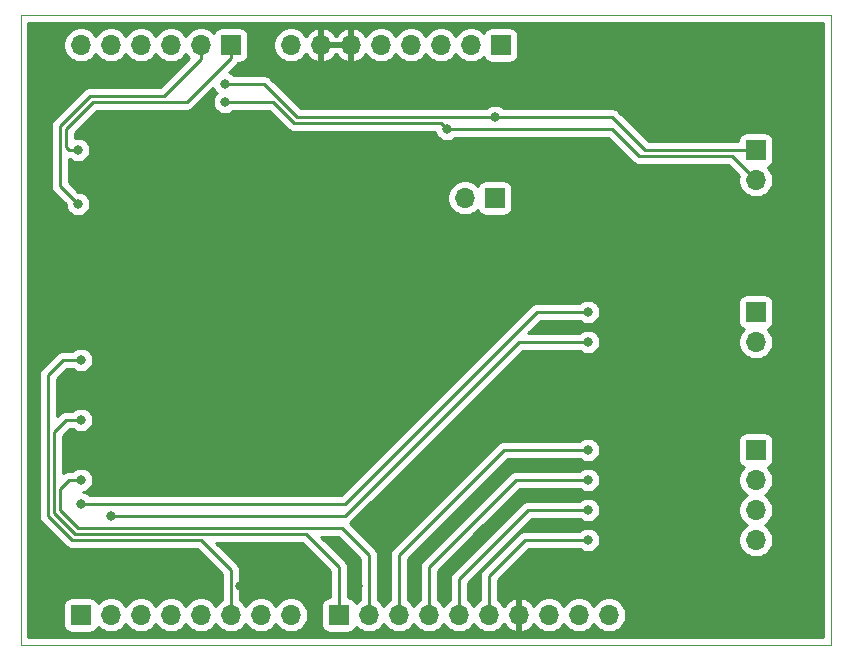
<source format=gbl>
G04 #@! TF.GenerationSoftware,KiCad,Pcbnew,(5.1.5)-2*
G04 #@! TF.CreationDate,2021-06-18T18:05:22+02:00*
G04 #@! TF.ProjectId,IMX_MULTIPROTOCOL,494d585f-4d55-44c5-9449-50524f544f43,rev?*
G04 #@! TF.SameCoordinates,Original*
G04 #@! TF.FileFunction,Copper,L2,Bot*
G04 #@! TF.FilePolarity,Positive*
%FSLAX46Y46*%
G04 Gerber Fmt 4.6, Leading zero omitted, Abs format (unit mm)*
G04 Created by KiCad (PCBNEW (5.1.5)-2) date 2021-06-18 18:05:22*
%MOMM*%
%LPD*%
G04 APERTURE LIST*
%ADD10C,0.050000*%
%ADD11O,1.700000X1.700000*%
%ADD12R,1.700000X1.700000*%
%ADD13C,0.800000*%
%ADD14C,0.250000*%
%ADD15C,0.254000*%
G04 APERTURE END LIST*
D10*
X100000000Y-46700000D02*
X168600000Y-46700000D01*
X168600000Y-100000000D02*
X168600000Y-46700000D01*
X100000000Y-100000000D02*
X100000000Y-46700000D01*
X100000000Y-100000000D02*
X168600000Y-100000000D01*
D11*
X162250000Y-91110000D03*
X162250000Y-88570000D03*
X162250000Y-86030000D03*
D12*
X162250000Y-83490000D03*
D11*
X162250000Y-74346000D03*
D12*
X162250000Y-71806000D03*
D11*
X137612000Y-62154000D03*
D12*
X140152000Y-62154000D03*
D11*
X162250000Y-60630000D03*
D12*
X162250000Y-58090000D03*
D11*
X122880000Y-49200000D03*
X125420000Y-49200000D03*
X127960000Y-49200000D03*
X130500000Y-49200000D03*
X133040000Y-49200000D03*
X135580000Y-49200000D03*
X138120000Y-49200000D03*
D12*
X140660000Y-49200000D03*
D11*
X149804000Y-97460000D03*
X147264000Y-97460000D03*
X144724000Y-97460000D03*
X142184000Y-97460000D03*
X139644000Y-97460000D03*
X137104000Y-97460000D03*
X134564000Y-97460000D03*
X132024000Y-97460000D03*
X129484000Y-97460000D03*
D12*
X126944000Y-97460000D03*
D11*
X105100000Y-49200000D03*
X107640000Y-49200000D03*
X110180000Y-49200000D03*
X112720000Y-49200000D03*
X115260000Y-49200000D03*
D12*
X117800000Y-49200000D03*
D11*
X122880000Y-97460000D03*
X120340000Y-97460000D03*
X117800000Y-97460000D03*
X115260000Y-97460000D03*
X112720000Y-97460000D03*
X110180000Y-97460000D03*
X107640000Y-97460000D03*
D12*
X105100000Y-97460000D03*
D13*
X105100000Y-80950000D03*
X105100000Y-86030000D03*
X105100000Y-75870000D03*
X104846000Y-62662000D03*
X104846000Y-58090000D03*
X107640000Y-89078000D03*
X148026000Y-74346000D03*
X105100000Y-88062000D03*
X148026000Y-71806000D03*
X136088000Y-56312000D03*
X117292000Y-54026000D03*
X140152000Y-55296000D03*
X117292000Y-52502000D03*
X163600000Y-50000000D03*
X158600000Y-50000000D03*
X153600000Y-50000000D03*
X148600000Y-50000000D03*
X153600000Y-55000000D03*
X158600000Y-55000000D03*
X163600000Y-55000000D03*
X163600000Y-65000000D03*
X158600000Y-65000000D03*
X153600000Y-65000000D03*
X148600000Y-65000000D03*
X148600000Y-70000000D03*
X143600000Y-70000000D03*
X138600000Y-70000000D03*
X138600000Y-65000000D03*
X133600000Y-65000000D03*
X128600000Y-65000000D03*
X128600000Y-60000000D03*
X123600000Y-60000000D03*
X123600000Y-65000000D03*
X123600000Y-70000000D03*
X128600000Y-70000000D03*
X133600000Y-70000000D03*
X133600000Y-75000000D03*
X128600000Y-75000000D03*
X123600000Y-75000000D03*
X138600000Y-75000000D03*
X143600000Y-80000000D03*
X138600000Y-80000000D03*
X133600000Y-80000000D03*
X128600000Y-80000000D03*
X123600000Y-80000000D03*
X123600000Y-85000000D03*
X128600000Y-85000000D03*
X133600000Y-85000000D03*
X143600000Y-85000000D03*
X148600000Y-80000000D03*
X153600000Y-80000000D03*
X158600000Y-80000000D03*
X163600000Y-80000000D03*
X163600000Y-95000000D03*
X158600000Y-95000000D03*
X153600000Y-95000000D03*
X148600000Y-95000000D03*
X143600000Y-95000000D03*
X128600000Y-95000000D03*
X123600000Y-95000000D03*
X118600000Y-95000000D03*
X113600000Y-95000000D03*
X128600000Y-90000000D03*
X118600000Y-70000000D03*
X118600000Y-65000000D03*
X113600000Y-65000000D03*
X108600000Y-65000000D03*
X103600000Y-65000000D03*
X103600000Y-70000000D03*
X108600000Y-70000000D03*
X113600000Y-70000000D03*
X103600000Y-95000000D03*
X148026000Y-91110000D03*
X148026000Y-88570000D03*
X148026000Y-86030000D03*
X148026000Y-83490000D03*
D14*
X103830000Y-80950000D02*
X105100000Y-80950000D01*
X126944000Y-93396000D02*
X124150000Y-90602000D01*
X124150000Y-90602000D02*
X104592000Y-90602000D01*
X104592000Y-90602000D02*
X102814000Y-88824000D01*
X102814000Y-81966000D02*
X103830000Y-80950000D01*
X126944000Y-97460000D02*
X126944000Y-93396000D01*
X102814000Y-88824000D02*
X102814000Y-81966000D01*
X103322000Y-86792000D02*
X104084000Y-86030000D01*
X129484000Y-92380000D02*
X127198000Y-90094000D01*
X127198000Y-90094000D02*
X104846000Y-90094000D01*
X104846000Y-90094000D02*
X103322000Y-88570000D01*
X104084000Y-86030000D02*
X105100000Y-86030000D01*
X129484000Y-97460000D02*
X129484000Y-92380000D01*
X103322000Y-88570000D02*
X103322000Y-86792000D01*
X103576000Y-75870000D02*
X105100000Y-75870000D01*
X117800000Y-93650000D02*
X115260000Y-91110000D01*
X115260000Y-91110000D02*
X104338000Y-91110000D01*
X102306000Y-89078000D02*
X102306000Y-77140000D01*
X102306000Y-77140000D02*
X103576000Y-75870000D01*
X117800000Y-97460000D02*
X117800000Y-93650000D01*
X104338000Y-91110000D02*
X102306000Y-89078000D01*
X115260000Y-50402081D02*
X112144081Y-53518000D01*
X115260000Y-49200000D02*
X115260000Y-50402081D01*
X112144081Y-53518000D02*
X105862000Y-53518000D01*
X105862000Y-53518000D02*
X103322000Y-56058000D01*
X103322000Y-61138000D02*
X104846000Y-62662000D01*
X103322000Y-56058000D02*
X103322000Y-61138000D01*
X117800000Y-50300000D02*
X114074000Y-54026000D01*
X104084000Y-58090000D02*
X104846000Y-58090000D01*
X117800000Y-49200000D02*
X117800000Y-50300000D01*
X114074000Y-54026000D02*
X106116000Y-54026000D01*
X103830000Y-57836000D02*
X104084000Y-58090000D01*
X103830000Y-56312000D02*
X103830000Y-57836000D01*
X106116000Y-54026000D02*
X103830000Y-56312000D01*
X107640000Y-89078000D02*
X127452000Y-89078000D01*
X142184000Y-74346000D02*
X148026000Y-74346000D01*
X127452000Y-89078000D02*
X142184000Y-74346000D01*
X105100000Y-88062000D02*
X127452000Y-88062000D01*
X143708000Y-71806000D02*
X148026000Y-71806000D01*
X127452000Y-88062000D02*
X143708000Y-71806000D01*
X135580000Y-55804000D02*
X136088000Y-56312000D01*
X123134000Y-55804000D02*
X135580000Y-55804000D01*
X117292000Y-54026000D02*
X121356000Y-54026000D01*
X121356000Y-54026000D02*
X123134000Y-55804000D01*
X136088000Y-56312000D02*
X150058000Y-56312000D01*
X150058000Y-56312000D02*
X152344000Y-58598000D01*
X160218000Y-58598000D02*
X162250000Y-60630000D01*
X152344000Y-58598000D02*
X160218000Y-58598000D01*
X117292000Y-52502000D02*
X120594000Y-52502000D01*
X123388000Y-55296000D02*
X140152000Y-55296000D01*
X120594000Y-52502000D02*
X123388000Y-55296000D01*
X140152000Y-55296000D02*
X148304000Y-55296000D01*
X150058000Y-55296000D02*
X152852000Y-58090000D01*
X152852000Y-58090000D02*
X162250000Y-58090000D01*
X148304000Y-55296000D02*
X150058000Y-55296000D01*
X139644000Y-97460000D02*
X139644000Y-94158000D01*
X142692000Y-91110000D02*
X148026000Y-91110000D01*
X139644000Y-94158000D02*
X142692000Y-91110000D01*
X137104000Y-97460000D02*
X137104000Y-94412000D01*
X142946000Y-88570000D02*
X148026000Y-88570000D01*
X137104000Y-94412000D02*
X142946000Y-88570000D01*
X134564000Y-97460000D02*
X134564000Y-93396000D01*
X141930000Y-86030000D02*
X148026000Y-86030000D01*
X134564000Y-93396000D02*
X138280000Y-89680000D01*
X138280000Y-89680000D02*
X141930000Y-86030000D01*
X132024000Y-97460000D02*
X132024000Y-92380000D01*
X140914000Y-83490000D02*
X148026000Y-83490000D01*
X132024000Y-92380000D02*
X140914000Y-83490000D01*
D15*
G36*
X167940000Y-99340000D02*
G01*
X100660000Y-99340000D01*
X100660000Y-77140000D01*
X101542324Y-77140000D01*
X101546001Y-77177332D01*
X101546000Y-89040678D01*
X101542324Y-89078000D01*
X101546000Y-89115322D01*
X101546000Y-89115332D01*
X101556997Y-89226985D01*
X101571728Y-89275546D01*
X101600454Y-89370246D01*
X101671026Y-89502276D01*
X101693944Y-89530201D01*
X101765999Y-89618001D01*
X101795003Y-89641804D01*
X103774200Y-91621002D01*
X103797999Y-91650001D01*
X103826997Y-91673799D01*
X103913723Y-91744974D01*
X104041759Y-91813411D01*
X104045753Y-91815546D01*
X104189014Y-91859003D01*
X104300667Y-91870000D01*
X104300677Y-91870000D01*
X104338000Y-91873676D01*
X104375323Y-91870000D01*
X114945199Y-91870000D01*
X117040001Y-93964804D01*
X117040000Y-96181821D01*
X116853368Y-96306525D01*
X116646525Y-96513368D01*
X116530000Y-96687760D01*
X116413475Y-96513368D01*
X116206632Y-96306525D01*
X115963411Y-96144010D01*
X115693158Y-96032068D01*
X115406260Y-95975000D01*
X115113740Y-95975000D01*
X114826842Y-96032068D01*
X114556589Y-96144010D01*
X114313368Y-96306525D01*
X114106525Y-96513368D01*
X113990000Y-96687760D01*
X113873475Y-96513368D01*
X113666632Y-96306525D01*
X113423411Y-96144010D01*
X113153158Y-96032068D01*
X112866260Y-95975000D01*
X112573740Y-95975000D01*
X112286842Y-96032068D01*
X112016589Y-96144010D01*
X111773368Y-96306525D01*
X111566525Y-96513368D01*
X111450000Y-96687760D01*
X111333475Y-96513368D01*
X111126632Y-96306525D01*
X110883411Y-96144010D01*
X110613158Y-96032068D01*
X110326260Y-95975000D01*
X110033740Y-95975000D01*
X109746842Y-96032068D01*
X109476589Y-96144010D01*
X109233368Y-96306525D01*
X109026525Y-96513368D01*
X108910000Y-96687760D01*
X108793475Y-96513368D01*
X108586632Y-96306525D01*
X108343411Y-96144010D01*
X108073158Y-96032068D01*
X107786260Y-95975000D01*
X107493740Y-95975000D01*
X107206842Y-96032068D01*
X106936589Y-96144010D01*
X106693368Y-96306525D01*
X106561513Y-96438380D01*
X106539502Y-96365820D01*
X106480537Y-96255506D01*
X106401185Y-96158815D01*
X106304494Y-96079463D01*
X106194180Y-96020498D01*
X106074482Y-95984188D01*
X105950000Y-95971928D01*
X104250000Y-95971928D01*
X104125518Y-95984188D01*
X104005820Y-96020498D01*
X103895506Y-96079463D01*
X103798815Y-96158815D01*
X103719463Y-96255506D01*
X103660498Y-96365820D01*
X103624188Y-96485518D01*
X103611928Y-96610000D01*
X103611928Y-98310000D01*
X103624188Y-98434482D01*
X103660498Y-98554180D01*
X103719463Y-98664494D01*
X103798815Y-98761185D01*
X103895506Y-98840537D01*
X104005820Y-98899502D01*
X104125518Y-98935812D01*
X104250000Y-98948072D01*
X105950000Y-98948072D01*
X106074482Y-98935812D01*
X106194180Y-98899502D01*
X106304494Y-98840537D01*
X106401185Y-98761185D01*
X106480537Y-98664494D01*
X106539502Y-98554180D01*
X106561513Y-98481620D01*
X106693368Y-98613475D01*
X106936589Y-98775990D01*
X107206842Y-98887932D01*
X107493740Y-98945000D01*
X107786260Y-98945000D01*
X108073158Y-98887932D01*
X108343411Y-98775990D01*
X108586632Y-98613475D01*
X108793475Y-98406632D01*
X108910000Y-98232240D01*
X109026525Y-98406632D01*
X109233368Y-98613475D01*
X109476589Y-98775990D01*
X109746842Y-98887932D01*
X110033740Y-98945000D01*
X110326260Y-98945000D01*
X110613158Y-98887932D01*
X110883411Y-98775990D01*
X111126632Y-98613475D01*
X111333475Y-98406632D01*
X111450000Y-98232240D01*
X111566525Y-98406632D01*
X111773368Y-98613475D01*
X112016589Y-98775990D01*
X112286842Y-98887932D01*
X112573740Y-98945000D01*
X112866260Y-98945000D01*
X113153158Y-98887932D01*
X113423411Y-98775990D01*
X113666632Y-98613475D01*
X113873475Y-98406632D01*
X113990000Y-98232240D01*
X114106525Y-98406632D01*
X114313368Y-98613475D01*
X114556589Y-98775990D01*
X114826842Y-98887932D01*
X115113740Y-98945000D01*
X115406260Y-98945000D01*
X115693158Y-98887932D01*
X115963411Y-98775990D01*
X116206632Y-98613475D01*
X116413475Y-98406632D01*
X116530000Y-98232240D01*
X116646525Y-98406632D01*
X116853368Y-98613475D01*
X117096589Y-98775990D01*
X117366842Y-98887932D01*
X117653740Y-98945000D01*
X117946260Y-98945000D01*
X118233158Y-98887932D01*
X118503411Y-98775990D01*
X118746632Y-98613475D01*
X118953475Y-98406632D01*
X119070000Y-98232240D01*
X119186525Y-98406632D01*
X119393368Y-98613475D01*
X119636589Y-98775990D01*
X119906842Y-98887932D01*
X120193740Y-98945000D01*
X120486260Y-98945000D01*
X120773158Y-98887932D01*
X121043411Y-98775990D01*
X121286632Y-98613475D01*
X121493475Y-98406632D01*
X121610000Y-98232240D01*
X121726525Y-98406632D01*
X121933368Y-98613475D01*
X122176589Y-98775990D01*
X122446842Y-98887932D01*
X122733740Y-98945000D01*
X123026260Y-98945000D01*
X123313158Y-98887932D01*
X123583411Y-98775990D01*
X123826632Y-98613475D01*
X124033475Y-98406632D01*
X124195990Y-98163411D01*
X124307932Y-97893158D01*
X124365000Y-97606260D01*
X124365000Y-97313740D01*
X124307932Y-97026842D01*
X124195990Y-96756589D01*
X124033475Y-96513368D01*
X123826632Y-96306525D01*
X123583411Y-96144010D01*
X123313158Y-96032068D01*
X123026260Y-95975000D01*
X122733740Y-95975000D01*
X122446842Y-96032068D01*
X122176589Y-96144010D01*
X121933368Y-96306525D01*
X121726525Y-96513368D01*
X121610000Y-96687760D01*
X121493475Y-96513368D01*
X121286632Y-96306525D01*
X121043411Y-96144010D01*
X120773158Y-96032068D01*
X120486260Y-95975000D01*
X120193740Y-95975000D01*
X119906842Y-96032068D01*
X119636589Y-96144010D01*
X119393368Y-96306525D01*
X119186525Y-96513368D01*
X119070000Y-96687760D01*
X118953475Y-96513368D01*
X118746632Y-96306525D01*
X118560000Y-96181822D01*
X118560000Y-93687322D01*
X118563676Y-93649999D01*
X118560000Y-93612676D01*
X118560000Y-93612667D01*
X118549003Y-93501014D01*
X118505546Y-93357753D01*
X118434974Y-93225724D01*
X118421811Y-93209685D01*
X118363799Y-93138996D01*
X118363795Y-93138992D01*
X118340001Y-93109999D01*
X118311008Y-93086205D01*
X116586802Y-91362000D01*
X123835199Y-91362000D01*
X126184001Y-93710803D01*
X126184000Y-95971928D01*
X126094000Y-95971928D01*
X125969518Y-95984188D01*
X125849820Y-96020498D01*
X125739506Y-96079463D01*
X125642815Y-96158815D01*
X125563463Y-96255506D01*
X125504498Y-96365820D01*
X125468188Y-96485518D01*
X125455928Y-96610000D01*
X125455928Y-98310000D01*
X125468188Y-98434482D01*
X125504498Y-98554180D01*
X125563463Y-98664494D01*
X125642815Y-98761185D01*
X125739506Y-98840537D01*
X125849820Y-98899502D01*
X125969518Y-98935812D01*
X126094000Y-98948072D01*
X127794000Y-98948072D01*
X127918482Y-98935812D01*
X128038180Y-98899502D01*
X128148494Y-98840537D01*
X128245185Y-98761185D01*
X128324537Y-98664494D01*
X128383502Y-98554180D01*
X128405513Y-98481620D01*
X128537368Y-98613475D01*
X128780589Y-98775990D01*
X129050842Y-98887932D01*
X129337740Y-98945000D01*
X129630260Y-98945000D01*
X129917158Y-98887932D01*
X130187411Y-98775990D01*
X130430632Y-98613475D01*
X130637475Y-98406632D01*
X130754000Y-98232240D01*
X130870525Y-98406632D01*
X131077368Y-98613475D01*
X131320589Y-98775990D01*
X131590842Y-98887932D01*
X131877740Y-98945000D01*
X132170260Y-98945000D01*
X132457158Y-98887932D01*
X132727411Y-98775990D01*
X132970632Y-98613475D01*
X133177475Y-98406632D01*
X133294000Y-98232240D01*
X133410525Y-98406632D01*
X133617368Y-98613475D01*
X133860589Y-98775990D01*
X134130842Y-98887932D01*
X134417740Y-98945000D01*
X134710260Y-98945000D01*
X134997158Y-98887932D01*
X135267411Y-98775990D01*
X135510632Y-98613475D01*
X135717475Y-98406632D01*
X135834000Y-98232240D01*
X135950525Y-98406632D01*
X136157368Y-98613475D01*
X136400589Y-98775990D01*
X136670842Y-98887932D01*
X136957740Y-98945000D01*
X137250260Y-98945000D01*
X137537158Y-98887932D01*
X137807411Y-98775990D01*
X138050632Y-98613475D01*
X138257475Y-98406632D01*
X138374000Y-98232240D01*
X138490525Y-98406632D01*
X138697368Y-98613475D01*
X138940589Y-98775990D01*
X139210842Y-98887932D01*
X139497740Y-98945000D01*
X139790260Y-98945000D01*
X140077158Y-98887932D01*
X140347411Y-98775990D01*
X140590632Y-98613475D01*
X140797475Y-98406632D01*
X140919195Y-98224466D01*
X140988822Y-98341355D01*
X141183731Y-98557588D01*
X141417080Y-98731641D01*
X141679901Y-98856825D01*
X141827110Y-98901476D01*
X142057000Y-98780155D01*
X142057000Y-97587000D01*
X142037000Y-97587000D01*
X142037000Y-97333000D01*
X142057000Y-97333000D01*
X142057000Y-96139845D01*
X142311000Y-96139845D01*
X142311000Y-97333000D01*
X142331000Y-97333000D01*
X142331000Y-97587000D01*
X142311000Y-97587000D01*
X142311000Y-98780155D01*
X142540890Y-98901476D01*
X142688099Y-98856825D01*
X142950920Y-98731641D01*
X143184269Y-98557588D01*
X143379178Y-98341355D01*
X143448805Y-98224466D01*
X143570525Y-98406632D01*
X143777368Y-98613475D01*
X144020589Y-98775990D01*
X144290842Y-98887932D01*
X144577740Y-98945000D01*
X144870260Y-98945000D01*
X145157158Y-98887932D01*
X145427411Y-98775990D01*
X145670632Y-98613475D01*
X145877475Y-98406632D01*
X145994000Y-98232240D01*
X146110525Y-98406632D01*
X146317368Y-98613475D01*
X146560589Y-98775990D01*
X146830842Y-98887932D01*
X147117740Y-98945000D01*
X147410260Y-98945000D01*
X147697158Y-98887932D01*
X147967411Y-98775990D01*
X148210632Y-98613475D01*
X148417475Y-98406632D01*
X148534000Y-98232240D01*
X148650525Y-98406632D01*
X148857368Y-98613475D01*
X149100589Y-98775990D01*
X149370842Y-98887932D01*
X149657740Y-98945000D01*
X149950260Y-98945000D01*
X150237158Y-98887932D01*
X150507411Y-98775990D01*
X150750632Y-98613475D01*
X150957475Y-98406632D01*
X151119990Y-98163411D01*
X151231932Y-97893158D01*
X151289000Y-97606260D01*
X151289000Y-97313740D01*
X151231932Y-97026842D01*
X151119990Y-96756589D01*
X150957475Y-96513368D01*
X150750632Y-96306525D01*
X150507411Y-96144010D01*
X150237158Y-96032068D01*
X149950260Y-95975000D01*
X149657740Y-95975000D01*
X149370842Y-96032068D01*
X149100589Y-96144010D01*
X148857368Y-96306525D01*
X148650525Y-96513368D01*
X148534000Y-96687760D01*
X148417475Y-96513368D01*
X148210632Y-96306525D01*
X147967411Y-96144010D01*
X147697158Y-96032068D01*
X147410260Y-95975000D01*
X147117740Y-95975000D01*
X146830842Y-96032068D01*
X146560589Y-96144010D01*
X146317368Y-96306525D01*
X146110525Y-96513368D01*
X145994000Y-96687760D01*
X145877475Y-96513368D01*
X145670632Y-96306525D01*
X145427411Y-96144010D01*
X145157158Y-96032068D01*
X144870260Y-95975000D01*
X144577740Y-95975000D01*
X144290842Y-96032068D01*
X144020589Y-96144010D01*
X143777368Y-96306525D01*
X143570525Y-96513368D01*
X143448805Y-96695534D01*
X143379178Y-96578645D01*
X143184269Y-96362412D01*
X142950920Y-96188359D01*
X142688099Y-96063175D01*
X142540890Y-96018524D01*
X142311000Y-96139845D01*
X142057000Y-96139845D01*
X141827110Y-96018524D01*
X141679901Y-96063175D01*
X141417080Y-96188359D01*
X141183731Y-96362412D01*
X140988822Y-96578645D01*
X140919195Y-96695534D01*
X140797475Y-96513368D01*
X140590632Y-96306525D01*
X140404000Y-96181822D01*
X140404000Y-94472801D01*
X143006802Y-91870000D01*
X147322289Y-91870000D01*
X147366226Y-91913937D01*
X147535744Y-92027205D01*
X147724102Y-92105226D01*
X147924061Y-92145000D01*
X148127939Y-92145000D01*
X148327898Y-92105226D01*
X148516256Y-92027205D01*
X148685774Y-91913937D01*
X148829937Y-91769774D01*
X148943205Y-91600256D01*
X149021226Y-91411898D01*
X149061000Y-91211939D01*
X149061000Y-91008061D01*
X149021226Y-90808102D01*
X148943205Y-90619744D01*
X148829937Y-90450226D01*
X148685774Y-90306063D01*
X148516256Y-90192795D01*
X148327898Y-90114774D01*
X148127939Y-90075000D01*
X147924061Y-90075000D01*
X147724102Y-90114774D01*
X147535744Y-90192795D01*
X147366226Y-90306063D01*
X147322289Y-90350000D01*
X142729323Y-90350000D01*
X142692000Y-90346324D01*
X142654677Y-90350000D01*
X142654667Y-90350000D01*
X142543014Y-90360997D01*
X142399753Y-90404454D01*
X142267723Y-90475026D01*
X142184083Y-90543668D01*
X142151999Y-90569999D01*
X142128201Y-90598997D01*
X139132998Y-93594201D01*
X139104000Y-93617999D01*
X139080202Y-93646997D01*
X139080201Y-93646998D01*
X139009026Y-93733724D01*
X138938454Y-93865754D01*
X138894998Y-94009015D01*
X138880324Y-94158000D01*
X138884001Y-94195332D01*
X138884000Y-96181821D01*
X138697368Y-96306525D01*
X138490525Y-96513368D01*
X138374000Y-96687760D01*
X138257475Y-96513368D01*
X138050632Y-96306525D01*
X137864000Y-96181822D01*
X137864000Y-94726801D01*
X143260802Y-89330000D01*
X147322289Y-89330000D01*
X147366226Y-89373937D01*
X147535744Y-89487205D01*
X147724102Y-89565226D01*
X147924061Y-89605000D01*
X148127939Y-89605000D01*
X148327898Y-89565226D01*
X148516256Y-89487205D01*
X148685774Y-89373937D01*
X148829937Y-89229774D01*
X148943205Y-89060256D01*
X149021226Y-88871898D01*
X149061000Y-88671939D01*
X149061000Y-88468061D01*
X149021226Y-88268102D01*
X148943205Y-88079744D01*
X148829937Y-87910226D01*
X148685774Y-87766063D01*
X148516256Y-87652795D01*
X148327898Y-87574774D01*
X148127939Y-87535000D01*
X147924061Y-87535000D01*
X147724102Y-87574774D01*
X147535744Y-87652795D01*
X147366226Y-87766063D01*
X147322289Y-87810000D01*
X142983325Y-87810000D01*
X142946000Y-87806324D01*
X142908675Y-87810000D01*
X142908667Y-87810000D01*
X142797014Y-87820997D01*
X142653753Y-87864454D01*
X142521724Y-87935026D01*
X142405999Y-88029999D01*
X142382201Y-88058997D01*
X136592998Y-93848201D01*
X136564000Y-93871999D01*
X136540202Y-93900997D01*
X136540201Y-93900998D01*
X136469026Y-93987724D01*
X136398454Y-94119754D01*
X136354998Y-94263015D01*
X136340324Y-94412000D01*
X136344001Y-94449332D01*
X136344000Y-96181821D01*
X136157368Y-96306525D01*
X135950525Y-96513368D01*
X135834000Y-96687760D01*
X135717475Y-96513368D01*
X135510632Y-96306525D01*
X135324000Y-96181822D01*
X135324000Y-93710801D01*
X138843799Y-90191003D01*
X142244802Y-86790000D01*
X147322289Y-86790000D01*
X147366226Y-86833937D01*
X147535744Y-86947205D01*
X147724102Y-87025226D01*
X147924061Y-87065000D01*
X148127939Y-87065000D01*
X148327898Y-87025226D01*
X148516256Y-86947205D01*
X148685774Y-86833937D01*
X148829937Y-86689774D01*
X148943205Y-86520256D01*
X149021226Y-86331898D01*
X149061000Y-86131939D01*
X149061000Y-85928061D01*
X149021226Y-85728102D01*
X148943205Y-85539744D01*
X148829937Y-85370226D01*
X148685774Y-85226063D01*
X148516256Y-85112795D01*
X148327898Y-85034774D01*
X148127939Y-84995000D01*
X147924061Y-84995000D01*
X147724102Y-85034774D01*
X147535744Y-85112795D01*
X147366226Y-85226063D01*
X147322289Y-85270000D01*
X141967333Y-85270000D01*
X141930000Y-85266323D01*
X141892667Y-85270000D01*
X141781014Y-85280997D01*
X141637753Y-85324454D01*
X141505724Y-85395026D01*
X141389999Y-85489999D01*
X141366201Y-85518997D01*
X137768997Y-89116201D01*
X134052998Y-92832201D01*
X134024000Y-92855999D01*
X134000202Y-92884997D01*
X134000201Y-92884998D01*
X133929026Y-92971724D01*
X133858454Y-93103754D01*
X133828180Y-93203558D01*
X133821457Y-93225723D01*
X133814998Y-93247015D01*
X133800324Y-93396000D01*
X133804001Y-93433332D01*
X133804000Y-96181821D01*
X133617368Y-96306525D01*
X133410525Y-96513368D01*
X133294000Y-96687760D01*
X133177475Y-96513368D01*
X132970632Y-96306525D01*
X132784000Y-96181822D01*
X132784000Y-92694801D01*
X141228802Y-84250000D01*
X147322289Y-84250000D01*
X147366226Y-84293937D01*
X147535744Y-84407205D01*
X147724102Y-84485226D01*
X147924061Y-84525000D01*
X148127939Y-84525000D01*
X148327898Y-84485226D01*
X148516256Y-84407205D01*
X148685774Y-84293937D01*
X148829937Y-84149774D01*
X148943205Y-83980256D01*
X149021226Y-83791898D01*
X149061000Y-83591939D01*
X149061000Y-83388061D01*
X149021226Y-83188102D01*
X148943205Y-82999744D01*
X148829937Y-82830226D01*
X148685774Y-82686063D01*
X148616836Y-82640000D01*
X160761928Y-82640000D01*
X160761928Y-84340000D01*
X160774188Y-84464482D01*
X160810498Y-84584180D01*
X160869463Y-84694494D01*
X160948815Y-84791185D01*
X161045506Y-84870537D01*
X161155820Y-84929502D01*
X161228380Y-84951513D01*
X161096525Y-85083368D01*
X160934010Y-85326589D01*
X160822068Y-85596842D01*
X160765000Y-85883740D01*
X160765000Y-86176260D01*
X160822068Y-86463158D01*
X160934010Y-86733411D01*
X161096525Y-86976632D01*
X161303368Y-87183475D01*
X161477760Y-87300000D01*
X161303368Y-87416525D01*
X161096525Y-87623368D01*
X160934010Y-87866589D01*
X160822068Y-88136842D01*
X160765000Y-88423740D01*
X160765000Y-88716260D01*
X160822068Y-89003158D01*
X160934010Y-89273411D01*
X161096525Y-89516632D01*
X161303368Y-89723475D01*
X161477760Y-89840000D01*
X161303368Y-89956525D01*
X161096525Y-90163368D01*
X160934010Y-90406589D01*
X160822068Y-90676842D01*
X160765000Y-90963740D01*
X160765000Y-91256260D01*
X160822068Y-91543158D01*
X160934010Y-91813411D01*
X161096525Y-92056632D01*
X161303368Y-92263475D01*
X161546589Y-92425990D01*
X161816842Y-92537932D01*
X162103740Y-92595000D01*
X162396260Y-92595000D01*
X162683158Y-92537932D01*
X162953411Y-92425990D01*
X163196632Y-92263475D01*
X163403475Y-92056632D01*
X163565990Y-91813411D01*
X163677932Y-91543158D01*
X163735000Y-91256260D01*
X163735000Y-90963740D01*
X163677932Y-90676842D01*
X163565990Y-90406589D01*
X163403475Y-90163368D01*
X163196632Y-89956525D01*
X163022240Y-89840000D01*
X163196632Y-89723475D01*
X163403475Y-89516632D01*
X163565990Y-89273411D01*
X163677932Y-89003158D01*
X163735000Y-88716260D01*
X163735000Y-88423740D01*
X163677932Y-88136842D01*
X163565990Y-87866589D01*
X163403475Y-87623368D01*
X163196632Y-87416525D01*
X163022240Y-87300000D01*
X163196632Y-87183475D01*
X163403475Y-86976632D01*
X163565990Y-86733411D01*
X163677932Y-86463158D01*
X163735000Y-86176260D01*
X163735000Y-85883740D01*
X163677932Y-85596842D01*
X163565990Y-85326589D01*
X163403475Y-85083368D01*
X163271620Y-84951513D01*
X163344180Y-84929502D01*
X163454494Y-84870537D01*
X163551185Y-84791185D01*
X163630537Y-84694494D01*
X163689502Y-84584180D01*
X163725812Y-84464482D01*
X163738072Y-84340000D01*
X163738072Y-82640000D01*
X163725812Y-82515518D01*
X163689502Y-82395820D01*
X163630537Y-82285506D01*
X163551185Y-82188815D01*
X163454494Y-82109463D01*
X163344180Y-82050498D01*
X163224482Y-82014188D01*
X163100000Y-82001928D01*
X161400000Y-82001928D01*
X161275518Y-82014188D01*
X161155820Y-82050498D01*
X161045506Y-82109463D01*
X160948815Y-82188815D01*
X160869463Y-82285506D01*
X160810498Y-82395820D01*
X160774188Y-82515518D01*
X160761928Y-82640000D01*
X148616836Y-82640000D01*
X148516256Y-82572795D01*
X148327898Y-82494774D01*
X148127939Y-82455000D01*
X147924061Y-82455000D01*
X147724102Y-82494774D01*
X147535744Y-82572795D01*
X147366226Y-82686063D01*
X147322289Y-82730000D01*
X140951333Y-82730000D01*
X140914000Y-82726323D01*
X140876667Y-82730000D01*
X140765014Y-82740997D01*
X140621753Y-82784454D01*
X140489724Y-82855026D01*
X140373999Y-82949999D01*
X140350201Y-82978997D01*
X131512998Y-91816201D01*
X131484000Y-91839999D01*
X131460202Y-91868997D01*
X131460201Y-91868998D01*
X131389026Y-91955724D01*
X131318454Y-92087754D01*
X131288180Y-92187558D01*
X131274999Y-92231013D01*
X131274998Y-92231015D01*
X131260324Y-92380000D01*
X131264001Y-92417332D01*
X131264000Y-96181821D01*
X131077368Y-96306525D01*
X130870525Y-96513368D01*
X130754000Y-96687760D01*
X130637475Y-96513368D01*
X130430632Y-96306525D01*
X130244000Y-96181822D01*
X130244000Y-92417322D01*
X130247676Y-92379999D01*
X130244000Y-92342676D01*
X130244000Y-92342667D01*
X130233003Y-92231014D01*
X130189546Y-92087753D01*
X130118974Y-91955724D01*
X130024001Y-91839999D01*
X129995003Y-91816201D01*
X127884789Y-89705988D01*
X127992001Y-89618001D01*
X128015804Y-89588997D01*
X142498802Y-75106000D01*
X147322289Y-75106000D01*
X147366226Y-75149937D01*
X147535744Y-75263205D01*
X147724102Y-75341226D01*
X147924061Y-75381000D01*
X148127939Y-75381000D01*
X148327898Y-75341226D01*
X148516256Y-75263205D01*
X148685774Y-75149937D01*
X148829937Y-75005774D01*
X148943205Y-74836256D01*
X149021226Y-74647898D01*
X149061000Y-74447939D01*
X149061000Y-74244061D01*
X149021226Y-74044102D01*
X148943205Y-73855744D01*
X148829937Y-73686226D01*
X148685774Y-73542063D01*
X148516256Y-73428795D01*
X148327898Y-73350774D01*
X148127939Y-73311000D01*
X147924061Y-73311000D01*
X147724102Y-73350774D01*
X147535744Y-73428795D01*
X147366226Y-73542063D01*
X147322289Y-73586000D01*
X143002802Y-73586000D01*
X144022802Y-72566000D01*
X147322289Y-72566000D01*
X147366226Y-72609937D01*
X147535744Y-72723205D01*
X147724102Y-72801226D01*
X147924061Y-72841000D01*
X148127939Y-72841000D01*
X148327898Y-72801226D01*
X148516256Y-72723205D01*
X148685774Y-72609937D01*
X148829937Y-72465774D01*
X148943205Y-72296256D01*
X149021226Y-72107898D01*
X149061000Y-71907939D01*
X149061000Y-71704061D01*
X149021226Y-71504102D01*
X148943205Y-71315744D01*
X148829937Y-71146226D01*
X148685774Y-71002063D01*
X148616836Y-70956000D01*
X160761928Y-70956000D01*
X160761928Y-72656000D01*
X160774188Y-72780482D01*
X160810498Y-72900180D01*
X160869463Y-73010494D01*
X160948815Y-73107185D01*
X161045506Y-73186537D01*
X161155820Y-73245502D01*
X161228380Y-73267513D01*
X161096525Y-73399368D01*
X160934010Y-73642589D01*
X160822068Y-73912842D01*
X160765000Y-74199740D01*
X160765000Y-74492260D01*
X160822068Y-74779158D01*
X160934010Y-75049411D01*
X161096525Y-75292632D01*
X161303368Y-75499475D01*
X161546589Y-75661990D01*
X161816842Y-75773932D01*
X162103740Y-75831000D01*
X162396260Y-75831000D01*
X162683158Y-75773932D01*
X162953411Y-75661990D01*
X163196632Y-75499475D01*
X163403475Y-75292632D01*
X163565990Y-75049411D01*
X163677932Y-74779158D01*
X163735000Y-74492260D01*
X163735000Y-74199740D01*
X163677932Y-73912842D01*
X163565990Y-73642589D01*
X163403475Y-73399368D01*
X163271620Y-73267513D01*
X163344180Y-73245502D01*
X163454494Y-73186537D01*
X163551185Y-73107185D01*
X163630537Y-73010494D01*
X163689502Y-72900180D01*
X163725812Y-72780482D01*
X163738072Y-72656000D01*
X163738072Y-70956000D01*
X163725812Y-70831518D01*
X163689502Y-70711820D01*
X163630537Y-70601506D01*
X163551185Y-70504815D01*
X163454494Y-70425463D01*
X163344180Y-70366498D01*
X163224482Y-70330188D01*
X163100000Y-70317928D01*
X161400000Y-70317928D01*
X161275518Y-70330188D01*
X161155820Y-70366498D01*
X161045506Y-70425463D01*
X160948815Y-70504815D01*
X160869463Y-70601506D01*
X160810498Y-70711820D01*
X160774188Y-70831518D01*
X160761928Y-70956000D01*
X148616836Y-70956000D01*
X148516256Y-70888795D01*
X148327898Y-70810774D01*
X148127939Y-70771000D01*
X147924061Y-70771000D01*
X147724102Y-70810774D01*
X147535744Y-70888795D01*
X147366226Y-71002063D01*
X147322289Y-71046000D01*
X143745325Y-71046000D01*
X143708000Y-71042324D01*
X143670675Y-71046000D01*
X143670667Y-71046000D01*
X143559014Y-71056997D01*
X143415753Y-71100454D01*
X143283724Y-71171026D01*
X143167999Y-71265999D01*
X143144201Y-71294997D01*
X127137199Y-87302000D01*
X105803711Y-87302000D01*
X105759774Y-87258063D01*
X105590256Y-87144795D01*
X105401898Y-87066774D01*
X105297459Y-87046000D01*
X105401898Y-87025226D01*
X105590256Y-86947205D01*
X105759774Y-86833937D01*
X105903937Y-86689774D01*
X106017205Y-86520256D01*
X106095226Y-86331898D01*
X106135000Y-86131939D01*
X106135000Y-85928061D01*
X106095226Y-85728102D01*
X106017205Y-85539744D01*
X105903937Y-85370226D01*
X105759774Y-85226063D01*
X105590256Y-85112795D01*
X105401898Y-85034774D01*
X105201939Y-84995000D01*
X104998061Y-84995000D01*
X104798102Y-85034774D01*
X104609744Y-85112795D01*
X104440226Y-85226063D01*
X104396289Y-85270000D01*
X104121325Y-85270000D01*
X104084000Y-85266324D01*
X104046675Y-85270000D01*
X104046667Y-85270000D01*
X103935014Y-85280997D01*
X103791753Y-85324454D01*
X103659724Y-85395026D01*
X103574000Y-85465378D01*
X103574000Y-82280801D01*
X104144802Y-81710000D01*
X104396289Y-81710000D01*
X104440226Y-81753937D01*
X104609744Y-81867205D01*
X104798102Y-81945226D01*
X104998061Y-81985000D01*
X105201939Y-81985000D01*
X105401898Y-81945226D01*
X105590256Y-81867205D01*
X105759774Y-81753937D01*
X105903937Y-81609774D01*
X106017205Y-81440256D01*
X106095226Y-81251898D01*
X106135000Y-81051939D01*
X106135000Y-80848061D01*
X106095226Y-80648102D01*
X106017205Y-80459744D01*
X105903937Y-80290226D01*
X105759774Y-80146063D01*
X105590256Y-80032795D01*
X105401898Y-79954774D01*
X105201939Y-79915000D01*
X104998061Y-79915000D01*
X104798102Y-79954774D01*
X104609744Y-80032795D01*
X104440226Y-80146063D01*
X104396289Y-80190000D01*
X103867322Y-80190000D01*
X103830000Y-80186324D01*
X103792677Y-80190000D01*
X103792667Y-80190000D01*
X103681014Y-80200997D01*
X103537753Y-80244454D01*
X103405723Y-80315026D01*
X103322083Y-80383668D01*
X103289999Y-80409999D01*
X103266201Y-80438997D01*
X103066000Y-80639198D01*
X103066000Y-77454801D01*
X103890802Y-76630000D01*
X104396289Y-76630000D01*
X104440226Y-76673937D01*
X104609744Y-76787205D01*
X104798102Y-76865226D01*
X104998061Y-76905000D01*
X105201939Y-76905000D01*
X105401898Y-76865226D01*
X105590256Y-76787205D01*
X105759774Y-76673937D01*
X105903937Y-76529774D01*
X106017205Y-76360256D01*
X106095226Y-76171898D01*
X106135000Y-75971939D01*
X106135000Y-75768061D01*
X106095226Y-75568102D01*
X106017205Y-75379744D01*
X105903937Y-75210226D01*
X105759774Y-75066063D01*
X105590256Y-74952795D01*
X105401898Y-74874774D01*
X105201939Y-74835000D01*
X104998061Y-74835000D01*
X104798102Y-74874774D01*
X104609744Y-74952795D01*
X104440226Y-75066063D01*
X104396289Y-75110000D01*
X103613322Y-75110000D01*
X103575999Y-75106324D01*
X103538676Y-75110000D01*
X103538667Y-75110000D01*
X103427014Y-75120997D01*
X103283753Y-75164454D01*
X103151724Y-75235026D01*
X103035999Y-75329999D01*
X103012201Y-75358997D01*
X101794998Y-76576201D01*
X101766000Y-76599999D01*
X101742202Y-76628997D01*
X101742201Y-76628998D01*
X101671026Y-76715724D01*
X101600454Y-76847754D01*
X101556998Y-76991015D01*
X101542324Y-77140000D01*
X100660000Y-77140000D01*
X100660000Y-56058000D01*
X102558324Y-56058000D01*
X102562000Y-56095323D01*
X102562001Y-61100668D01*
X102558324Y-61138000D01*
X102572998Y-61286985D01*
X102616454Y-61430246D01*
X102687026Y-61562276D01*
X102758201Y-61649002D01*
X102782000Y-61678001D01*
X102810998Y-61701799D01*
X103811000Y-62701802D01*
X103811000Y-62763939D01*
X103850774Y-62963898D01*
X103928795Y-63152256D01*
X104042063Y-63321774D01*
X104186226Y-63465937D01*
X104355744Y-63579205D01*
X104544102Y-63657226D01*
X104744061Y-63697000D01*
X104947939Y-63697000D01*
X105147898Y-63657226D01*
X105336256Y-63579205D01*
X105505774Y-63465937D01*
X105649937Y-63321774D01*
X105763205Y-63152256D01*
X105841226Y-62963898D01*
X105881000Y-62763939D01*
X105881000Y-62560061D01*
X105841226Y-62360102D01*
X105763205Y-62171744D01*
X105653622Y-62007740D01*
X136127000Y-62007740D01*
X136127000Y-62300260D01*
X136184068Y-62587158D01*
X136296010Y-62857411D01*
X136458525Y-63100632D01*
X136665368Y-63307475D01*
X136908589Y-63469990D01*
X137178842Y-63581932D01*
X137465740Y-63639000D01*
X137758260Y-63639000D01*
X138045158Y-63581932D01*
X138315411Y-63469990D01*
X138558632Y-63307475D01*
X138690487Y-63175620D01*
X138712498Y-63248180D01*
X138771463Y-63358494D01*
X138850815Y-63455185D01*
X138947506Y-63534537D01*
X139057820Y-63593502D01*
X139177518Y-63629812D01*
X139302000Y-63642072D01*
X141002000Y-63642072D01*
X141126482Y-63629812D01*
X141246180Y-63593502D01*
X141356494Y-63534537D01*
X141453185Y-63455185D01*
X141532537Y-63358494D01*
X141591502Y-63248180D01*
X141627812Y-63128482D01*
X141640072Y-63004000D01*
X141640072Y-61304000D01*
X141627812Y-61179518D01*
X141591502Y-61059820D01*
X141532537Y-60949506D01*
X141453185Y-60852815D01*
X141356494Y-60773463D01*
X141246180Y-60714498D01*
X141126482Y-60678188D01*
X141002000Y-60665928D01*
X139302000Y-60665928D01*
X139177518Y-60678188D01*
X139057820Y-60714498D01*
X138947506Y-60773463D01*
X138850815Y-60852815D01*
X138771463Y-60949506D01*
X138712498Y-61059820D01*
X138690487Y-61132380D01*
X138558632Y-61000525D01*
X138315411Y-60838010D01*
X138045158Y-60726068D01*
X137758260Y-60669000D01*
X137465740Y-60669000D01*
X137178842Y-60726068D01*
X136908589Y-60838010D01*
X136665368Y-61000525D01*
X136458525Y-61207368D01*
X136296010Y-61450589D01*
X136184068Y-61720842D01*
X136127000Y-62007740D01*
X105653622Y-62007740D01*
X105649937Y-62002226D01*
X105505774Y-61858063D01*
X105336256Y-61744795D01*
X105147898Y-61666774D01*
X104947939Y-61627000D01*
X104885802Y-61627000D01*
X104082000Y-60823199D01*
X104082000Y-58853479D01*
X104083999Y-58853676D01*
X104121322Y-58850000D01*
X104142289Y-58850000D01*
X104186226Y-58893937D01*
X104355744Y-59007205D01*
X104544102Y-59085226D01*
X104744061Y-59125000D01*
X104947939Y-59125000D01*
X105147898Y-59085226D01*
X105336256Y-59007205D01*
X105505774Y-58893937D01*
X105649937Y-58749774D01*
X105763205Y-58580256D01*
X105841226Y-58391898D01*
X105881000Y-58191939D01*
X105881000Y-57988061D01*
X105841226Y-57788102D01*
X105763205Y-57599744D01*
X105649937Y-57430226D01*
X105505774Y-57286063D01*
X105336256Y-57172795D01*
X105147898Y-57094774D01*
X104947939Y-57055000D01*
X104744061Y-57055000D01*
X104590000Y-57085644D01*
X104590000Y-56626801D01*
X106430802Y-54786000D01*
X114036678Y-54786000D01*
X114074000Y-54789676D01*
X114111322Y-54786000D01*
X114111333Y-54786000D01*
X114222986Y-54775003D01*
X114366247Y-54731546D01*
X114498276Y-54660974D01*
X114614001Y-54566001D01*
X114637804Y-54536997D01*
X116318486Y-52856315D01*
X116374795Y-52992256D01*
X116488063Y-53161774D01*
X116590289Y-53264000D01*
X116488063Y-53366226D01*
X116374795Y-53535744D01*
X116296774Y-53724102D01*
X116257000Y-53924061D01*
X116257000Y-54127939D01*
X116296774Y-54327898D01*
X116374795Y-54516256D01*
X116488063Y-54685774D01*
X116632226Y-54829937D01*
X116801744Y-54943205D01*
X116990102Y-55021226D01*
X117190061Y-55061000D01*
X117393939Y-55061000D01*
X117593898Y-55021226D01*
X117782256Y-54943205D01*
X117951774Y-54829937D01*
X117995711Y-54786000D01*
X121041199Y-54786000D01*
X122570200Y-56315002D01*
X122593999Y-56344001D01*
X122709724Y-56438974D01*
X122841753Y-56509546D01*
X122985014Y-56553003D01*
X123096667Y-56564000D01*
X123096675Y-56564000D01*
X123134000Y-56567676D01*
X123171325Y-56564000D01*
X135082849Y-56564000D01*
X135092774Y-56613898D01*
X135170795Y-56802256D01*
X135284063Y-56971774D01*
X135428226Y-57115937D01*
X135597744Y-57229205D01*
X135786102Y-57307226D01*
X135986061Y-57347000D01*
X136189939Y-57347000D01*
X136389898Y-57307226D01*
X136578256Y-57229205D01*
X136747774Y-57115937D01*
X136791711Y-57072000D01*
X149743199Y-57072000D01*
X151780200Y-59109002D01*
X151803999Y-59138001D01*
X151919724Y-59232974D01*
X152051753Y-59303546D01*
X152195014Y-59347003D01*
X152306667Y-59358000D01*
X152306676Y-59358000D01*
X152343999Y-59361676D01*
X152381322Y-59358000D01*
X159903199Y-59358000D01*
X160808790Y-60263592D01*
X160765000Y-60483740D01*
X160765000Y-60776260D01*
X160822068Y-61063158D01*
X160934010Y-61333411D01*
X161096525Y-61576632D01*
X161303368Y-61783475D01*
X161546589Y-61945990D01*
X161816842Y-62057932D01*
X162103740Y-62115000D01*
X162396260Y-62115000D01*
X162683158Y-62057932D01*
X162953411Y-61945990D01*
X163196632Y-61783475D01*
X163403475Y-61576632D01*
X163565990Y-61333411D01*
X163677932Y-61063158D01*
X163735000Y-60776260D01*
X163735000Y-60483740D01*
X163677932Y-60196842D01*
X163565990Y-59926589D01*
X163403475Y-59683368D01*
X163271620Y-59551513D01*
X163344180Y-59529502D01*
X163454494Y-59470537D01*
X163551185Y-59391185D01*
X163630537Y-59294494D01*
X163689502Y-59184180D01*
X163725812Y-59064482D01*
X163738072Y-58940000D01*
X163738072Y-57240000D01*
X163725812Y-57115518D01*
X163689502Y-56995820D01*
X163630537Y-56885506D01*
X163551185Y-56788815D01*
X163454494Y-56709463D01*
X163344180Y-56650498D01*
X163224482Y-56614188D01*
X163100000Y-56601928D01*
X161400000Y-56601928D01*
X161275518Y-56614188D01*
X161155820Y-56650498D01*
X161045506Y-56709463D01*
X160948815Y-56788815D01*
X160869463Y-56885506D01*
X160810498Y-56995820D01*
X160774188Y-57115518D01*
X160761928Y-57240000D01*
X160761928Y-57330000D01*
X153166802Y-57330000D01*
X150621804Y-54785003D01*
X150598001Y-54755999D01*
X150482276Y-54661026D01*
X150350247Y-54590454D01*
X150206986Y-54546997D01*
X150095333Y-54536000D01*
X150095322Y-54536000D01*
X150058000Y-54532324D01*
X150020678Y-54536000D01*
X140855711Y-54536000D01*
X140811774Y-54492063D01*
X140642256Y-54378795D01*
X140453898Y-54300774D01*
X140253939Y-54261000D01*
X140050061Y-54261000D01*
X139850102Y-54300774D01*
X139661744Y-54378795D01*
X139492226Y-54492063D01*
X139448289Y-54536000D01*
X123702802Y-54536000D01*
X121157804Y-51991003D01*
X121134001Y-51961999D01*
X121018276Y-51867026D01*
X120886247Y-51796454D01*
X120742986Y-51752997D01*
X120631333Y-51742000D01*
X120631322Y-51742000D01*
X120594000Y-51738324D01*
X120556678Y-51742000D01*
X117995711Y-51742000D01*
X117951774Y-51698063D01*
X117782256Y-51584795D01*
X117646316Y-51528486D01*
X118311003Y-50863799D01*
X118340001Y-50840001D01*
X118434974Y-50724276D01*
X118454326Y-50688072D01*
X118650000Y-50688072D01*
X118774482Y-50675812D01*
X118894180Y-50639502D01*
X119004494Y-50580537D01*
X119101185Y-50501185D01*
X119180537Y-50404494D01*
X119239502Y-50294180D01*
X119275812Y-50174482D01*
X119288072Y-50050000D01*
X119288072Y-49053740D01*
X121395000Y-49053740D01*
X121395000Y-49346260D01*
X121452068Y-49633158D01*
X121564010Y-49903411D01*
X121726525Y-50146632D01*
X121933368Y-50353475D01*
X122176589Y-50515990D01*
X122446842Y-50627932D01*
X122733740Y-50685000D01*
X123026260Y-50685000D01*
X123313158Y-50627932D01*
X123583411Y-50515990D01*
X123826632Y-50353475D01*
X124033475Y-50146632D01*
X124155195Y-49964466D01*
X124224822Y-50081355D01*
X124419731Y-50297588D01*
X124653080Y-50471641D01*
X124915901Y-50596825D01*
X125063110Y-50641476D01*
X125293000Y-50520155D01*
X125293000Y-49327000D01*
X125547000Y-49327000D01*
X125547000Y-50520155D01*
X125776890Y-50641476D01*
X125924099Y-50596825D01*
X126186920Y-50471641D01*
X126420269Y-50297588D01*
X126615178Y-50081355D01*
X126690000Y-49955745D01*
X126764822Y-50081355D01*
X126959731Y-50297588D01*
X127193080Y-50471641D01*
X127455901Y-50596825D01*
X127603110Y-50641476D01*
X127833000Y-50520155D01*
X127833000Y-49327000D01*
X125547000Y-49327000D01*
X125293000Y-49327000D01*
X125273000Y-49327000D01*
X125273000Y-49073000D01*
X125293000Y-49073000D01*
X125293000Y-47879845D01*
X125547000Y-47879845D01*
X125547000Y-49073000D01*
X127833000Y-49073000D01*
X127833000Y-47879845D01*
X128087000Y-47879845D01*
X128087000Y-49073000D01*
X128107000Y-49073000D01*
X128107000Y-49327000D01*
X128087000Y-49327000D01*
X128087000Y-50520155D01*
X128316890Y-50641476D01*
X128464099Y-50596825D01*
X128726920Y-50471641D01*
X128960269Y-50297588D01*
X129155178Y-50081355D01*
X129224805Y-49964466D01*
X129346525Y-50146632D01*
X129553368Y-50353475D01*
X129796589Y-50515990D01*
X130066842Y-50627932D01*
X130353740Y-50685000D01*
X130646260Y-50685000D01*
X130933158Y-50627932D01*
X131203411Y-50515990D01*
X131446632Y-50353475D01*
X131653475Y-50146632D01*
X131770000Y-49972240D01*
X131886525Y-50146632D01*
X132093368Y-50353475D01*
X132336589Y-50515990D01*
X132606842Y-50627932D01*
X132893740Y-50685000D01*
X133186260Y-50685000D01*
X133473158Y-50627932D01*
X133743411Y-50515990D01*
X133986632Y-50353475D01*
X134193475Y-50146632D01*
X134310000Y-49972240D01*
X134426525Y-50146632D01*
X134633368Y-50353475D01*
X134876589Y-50515990D01*
X135146842Y-50627932D01*
X135433740Y-50685000D01*
X135726260Y-50685000D01*
X136013158Y-50627932D01*
X136283411Y-50515990D01*
X136526632Y-50353475D01*
X136733475Y-50146632D01*
X136850000Y-49972240D01*
X136966525Y-50146632D01*
X137173368Y-50353475D01*
X137416589Y-50515990D01*
X137686842Y-50627932D01*
X137973740Y-50685000D01*
X138266260Y-50685000D01*
X138553158Y-50627932D01*
X138823411Y-50515990D01*
X139066632Y-50353475D01*
X139198487Y-50221620D01*
X139220498Y-50294180D01*
X139279463Y-50404494D01*
X139358815Y-50501185D01*
X139455506Y-50580537D01*
X139565820Y-50639502D01*
X139685518Y-50675812D01*
X139810000Y-50688072D01*
X141510000Y-50688072D01*
X141634482Y-50675812D01*
X141754180Y-50639502D01*
X141864494Y-50580537D01*
X141961185Y-50501185D01*
X142040537Y-50404494D01*
X142099502Y-50294180D01*
X142135812Y-50174482D01*
X142148072Y-50050000D01*
X142148072Y-48350000D01*
X142135812Y-48225518D01*
X142099502Y-48105820D01*
X142040537Y-47995506D01*
X141961185Y-47898815D01*
X141864494Y-47819463D01*
X141754180Y-47760498D01*
X141634482Y-47724188D01*
X141510000Y-47711928D01*
X139810000Y-47711928D01*
X139685518Y-47724188D01*
X139565820Y-47760498D01*
X139455506Y-47819463D01*
X139358815Y-47898815D01*
X139279463Y-47995506D01*
X139220498Y-48105820D01*
X139198487Y-48178380D01*
X139066632Y-48046525D01*
X138823411Y-47884010D01*
X138553158Y-47772068D01*
X138266260Y-47715000D01*
X137973740Y-47715000D01*
X137686842Y-47772068D01*
X137416589Y-47884010D01*
X137173368Y-48046525D01*
X136966525Y-48253368D01*
X136850000Y-48427760D01*
X136733475Y-48253368D01*
X136526632Y-48046525D01*
X136283411Y-47884010D01*
X136013158Y-47772068D01*
X135726260Y-47715000D01*
X135433740Y-47715000D01*
X135146842Y-47772068D01*
X134876589Y-47884010D01*
X134633368Y-48046525D01*
X134426525Y-48253368D01*
X134310000Y-48427760D01*
X134193475Y-48253368D01*
X133986632Y-48046525D01*
X133743411Y-47884010D01*
X133473158Y-47772068D01*
X133186260Y-47715000D01*
X132893740Y-47715000D01*
X132606842Y-47772068D01*
X132336589Y-47884010D01*
X132093368Y-48046525D01*
X131886525Y-48253368D01*
X131770000Y-48427760D01*
X131653475Y-48253368D01*
X131446632Y-48046525D01*
X131203411Y-47884010D01*
X130933158Y-47772068D01*
X130646260Y-47715000D01*
X130353740Y-47715000D01*
X130066842Y-47772068D01*
X129796589Y-47884010D01*
X129553368Y-48046525D01*
X129346525Y-48253368D01*
X129224805Y-48435534D01*
X129155178Y-48318645D01*
X128960269Y-48102412D01*
X128726920Y-47928359D01*
X128464099Y-47803175D01*
X128316890Y-47758524D01*
X128087000Y-47879845D01*
X127833000Y-47879845D01*
X127603110Y-47758524D01*
X127455901Y-47803175D01*
X127193080Y-47928359D01*
X126959731Y-48102412D01*
X126764822Y-48318645D01*
X126690000Y-48444255D01*
X126615178Y-48318645D01*
X126420269Y-48102412D01*
X126186920Y-47928359D01*
X125924099Y-47803175D01*
X125776890Y-47758524D01*
X125547000Y-47879845D01*
X125293000Y-47879845D01*
X125063110Y-47758524D01*
X124915901Y-47803175D01*
X124653080Y-47928359D01*
X124419731Y-48102412D01*
X124224822Y-48318645D01*
X124155195Y-48435534D01*
X124033475Y-48253368D01*
X123826632Y-48046525D01*
X123583411Y-47884010D01*
X123313158Y-47772068D01*
X123026260Y-47715000D01*
X122733740Y-47715000D01*
X122446842Y-47772068D01*
X122176589Y-47884010D01*
X121933368Y-48046525D01*
X121726525Y-48253368D01*
X121564010Y-48496589D01*
X121452068Y-48766842D01*
X121395000Y-49053740D01*
X119288072Y-49053740D01*
X119288072Y-48350000D01*
X119275812Y-48225518D01*
X119239502Y-48105820D01*
X119180537Y-47995506D01*
X119101185Y-47898815D01*
X119004494Y-47819463D01*
X118894180Y-47760498D01*
X118774482Y-47724188D01*
X118650000Y-47711928D01*
X116950000Y-47711928D01*
X116825518Y-47724188D01*
X116705820Y-47760498D01*
X116595506Y-47819463D01*
X116498815Y-47898815D01*
X116419463Y-47995506D01*
X116360498Y-48105820D01*
X116338487Y-48178380D01*
X116206632Y-48046525D01*
X115963411Y-47884010D01*
X115693158Y-47772068D01*
X115406260Y-47715000D01*
X115113740Y-47715000D01*
X114826842Y-47772068D01*
X114556589Y-47884010D01*
X114313368Y-48046525D01*
X114106525Y-48253368D01*
X113990000Y-48427760D01*
X113873475Y-48253368D01*
X113666632Y-48046525D01*
X113423411Y-47884010D01*
X113153158Y-47772068D01*
X112866260Y-47715000D01*
X112573740Y-47715000D01*
X112286842Y-47772068D01*
X112016589Y-47884010D01*
X111773368Y-48046525D01*
X111566525Y-48253368D01*
X111450000Y-48427760D01*
X111333475Y-48253368D01*
X111126632Y-48046525D01*
X110883411Y-47884010D01*
X110613158Y-47772068D01*
X110326260Y-47715000D01*
X110033740Y-47715000D01*
X109746842Y-47772068D01*
X109476589Y-47884010D01*
X109233368Y-48046525D01*
X109026525Y-48253368D01*
X108910000Y-48427760D01*
X108793475Y-48253368D01*
X108586632Y-48046525D01*
X108343411Y-47884010D01*
X108073158Y-47772068D01*
X107786260Y-47715000D01*
X107493740Y-47715000D01*
X107206842Y-47772068D01*
X106936589Y-47884010D01*
X106693368Y-48046525D01*
X106486525Y-48253368D01*
X106370000Y-48427760D01*
X106253475Y-48253368D01*
X106046632Y-48046525D01*
X105803411Y-47884010D01*
X105533158Y-47772068D01*
X105246260Y-47715000D01*
X104953740Y-47715000D01*
X104666842Y-47772068D01*
X104396589Y-47884010D01*
X104153368Y-48046525D01*
X103946525Y-48253368D01*
X103784010Y-48496589D01*
X103672068Y-48766842D01*
X103615000Y-49053740D01*
X103615000Y-49346260D01*
X103672068Y-49633158D01*
X103784010Y-49903411D01*
X103946525Y-50146632D01*
X104153368Y-50353475D01*
X104396589Y-50515990D01*
X104666842Y-50627932D01*
X104953740Y-50685000D01*
X105246260Y-50685000D01*
X105533158Y-50627932D01*
X105803411Y-50515990D01*
X106046632Y-50353475D01*
X106253475Y-50146632D01*
X106370000Y-49972240D01*
X106486525Y-50146632D01*
X106693368Y-50353475D01*
X106936589Y-50515990D01*
X107206842Y-50627932D01*
X107493740Y-50685000D01*
X107786260Y-50685000D01*
X108073158Y-50627932D01*
X108343411Y-50515990D01*
X108586632Y-50353475D01*
X108793475Y-50146632D01*
X108910000Y-49972240D01*
X109026525Y-50146632D01*
X109233368Y-50353475D01*
X109476589Y-50515990D01*
X109746842Y-50627932D01*
X110033740Y-50685000D01*
X110326260Y-50685000D01*
X110613158Y-50627932D01*
X110883411Y-50515990D01*
X111126632Y-50353475D01*
X111333475Y-50146632D01*
X111450000Y-49972240D01*
X111566525Y-50146632D01*
X111773368Y-50353475D01*
X112016589Y-50515990D01*
X112286842Y-50627932D01*
X112573740Y-50685000D01*
X112866260Y-50685000D01*
X113153158Y-50627932D01*
X113423411Y-50515990D01*
X113666632Y-50353475D01*
X113873475Y-50146632D01*
X113990000Y-49972240D01*
X114106525Y-50146632D01*
X114273586Y-50313693D01*
X111829280Y-52758000D01*
X105899322Y-52758000D01*
X105861999Y-52754324D01*
X105824676Y-52758000D01*
X105824667Y-52758000D01*
X105713014Y-52768997D01*
X105569753Y-52812454D01*
X105437724Y-52883026D01*
X105437722Y-52883027D01*
X105437723Y-52883027D01*
X105350996Y-52954201D01*
X105350992Y-52954205D01*
X105321999Y-52977999D01*
X105298205Y-53006992D01*
X102811003Y-55494196D01*
X102781999Y-55517999D01*
X102745070Y-55562998D01*
X102687026Y-55633724D01*
X102640763Y-55720276D01*
X102616454Y-55765754D01*
X102572997Y-55909015D01*
X102562000Y-56020668D01*
X102562000Y-56020678D01*
X102558324Y-56058000D01*
X100660000Y-56058000D01*
X100660000Y-47360000D01*
X167940001Y-47360000D01*
X167940000Y-99340000D01*
G37*
X167940000Y-99340000D02*
X100660000Y-99340000D01*
X100660000Y-77140000D01*
X101542324Y-77140000D01*
X101546001Y-77177332D01*
X101546000Y-89040678D01*
X101542324Y-89078000D01*
X101546000Y-89115322D01*
X101546000Y-89115332D01*
X101556997Y-89226985D01*
X101571728Y-89275546D01*
X101600454Y-89370246D01*
X101671026Y-89502276D01*
X101693944Y-89530201D01*
X101765999Y-89618001D01*
X101795003Y-89641804D01*
X103774200Y-91621002D01*
X103797999Y-91650001D01*
X103826997Y-91673799D01*
X103913723Y-91744974D01*
X104041759Y-91813411D01*
X104045753Y-91815546D01*
X104189014Y-91859003D01*
X104300667Y-91870000D01*
X104300677Y-91870000D01*
X104338000Y-91873676D01*
X104375323Y-91870000D01*
X114945199Y-91870000D01*
X117040001Y-93964804D01*
X117040000Y-96181821D01*
X116853368Y-96306525D01*
X116646525Y-96513368D01*
X116530000Y-96687760D01*
X116413475Y-96513368D01*
X116206632Y-96306525D01*
X115963411Y-96144010D01*
X115693158Y-96032068D01*
X115406260Y-95975000D01*
X115113740Y-95975000D01*
X114826842Y-96032068D01*
X114556589Y-96144010D01*
X114313368Y-96306525D01*
X114106525Y-96513368D01*
X113990000Y-96687760D01*
X113873475Y-96513368D01*
X113666632Y-96306525D01*
X113423411Y-96144010D01*
X113153158Y-96032068D01*
X112866260Y-95975000D01*
X112573740Y-95975000D01*
X112286842Y-96032068D01*
X112016589Y-96144010D01*
X111773368Y-96306525D01*
X111566525Y-96513368D01*
X111450000Y-96687760D01*
X111333475Y-96513368D01*
X111126632Y-96306525D01*
X110883411Y-96144010D01*
X110613158Y-96032068D01*
X110326260Y-95975000D01*
X110033740Y-95975000D01*
X109746842Y-96032068D01*
X109476589Y-96144010D01*
X109233368Y-96306525D01*
X109026525Y-96513368D01*
X108910000Y-96687760D01*
X108793475Y-96513368D01*
X108586632Y-96306525D01*
X108343411Y-96144010D01*
X108073158Y-96032068D01*
X107786260Y-95975000D01*
X107493740Y-95975000D01*
X107206842Y-96032068D01*
X106936589Y-96144010D01*
X106693368Y-96306525D01*
X106561513Y-96438380D01*
X106539502Y-96365820D01*
X106480537Y-96255506D01*
X106401185Y-96158815D01*
X106304494Y-96079463D01*
X106194180Y-96020498D01*
X106074482Y-95984188D01*
X105950000Y-95971928D01*
X104250000Y-95971928D01*
X104125518Y-95984188D01*
X104005820Y-96020498D01*
X103895506Y-96079463D01*
X103798815Y-96158815D01*
X103719463Y-96255506D01*
X103660498Y-96365820D01*
X103624188Y-96485518D01*
X103611928Y-96610000D01*
X103611928Y-98310000D01*
X103624188Y-98434482D01*
X103660498Y-98554180D01*
X103719463Y-98664494D01*
X103798815Y-98761185D01*
X103895506Y-98840537D01*
X104005820Y-98899502D01*
X104125518Y-98935812D01*
X104250000Y-98948072D01*
X105950000Y-98948072D01*
X106074482Y-98935812D01*
X106194180Y-98899502D01*
X106304494Y-98840537D01*
X106401185Y-98761185D01*
X106480537Y-98664494D01*
X106539502Y-98554180D01*
X106561513Y-98481620D01*
X106693368Y-98613475D01*
X106936589Y-98775990D01*
X107206842Y-98887932D01*
X107493740Y-98945000D01*
X107786260Y-98945000D01*
X108073158Y-98887932D01*
X108343411Y-98775990D01*
X108586632Y-98613475D01*
X108793475Y-98406632D01*
X108910000Y-98232240D01*
X109026525Y-98406632D01*
X109233368Y-98613475D01*
X109476589Y-98775990D01*
X109746842Y-98887932D01*
X110033740Y-98945000D01*
X110326260Y-98945000D01*
X110613158Y-98887932D01*
X110883411Y-98775990D01*
X111126632Y-98613475D01*
X111333475Y-98406632D01*
X111450000Y-98232240D01*
X111566525Y-98406632D01*
X111773368Y-98613475D01*
X112016589Y-98775990D01*
X112286842Y-98887932D01*
X112573740Y-98945000D01*
X112866260Y-98945000D01*
X113153158Y-98887932D01*
X113423411Y-98775990D01*
X113666632Y-98613475D01*
X113873475Y-98406632D01*
X113990000Y-98232240D01*
X114106525Y-98406632D01*
X114313368Y-98613475D01*
X114556589Y-98775990D01*
X114826842Y-98887932D01*
X115113740Y-98945000D01*
X115406260Y-98945000D01*
X115693158Y-98887932D01*
X115963411Y-98775990D01*
X116206632Y-98613475D01*
X116413475Y-98406632D01*
X116530000Y-98232240D01*
X116646525Y-98406632D01*
X116853368Y-98613475D01*
X117096589Y-98775990D01*
X117366842Y-98887932D01*
X117653740Y-98945000D01*
X117946260Y-98945000D01*
X118233158Y-98887932D01*
X118503411Y-98775990D01*
X118746632Y-98613475D01*
X118953475Y-98406632D01*
X119070000Y-98232240D01*
X119186525Y-98406632D01*
X119393368Y-98613475D01*
X119636589Y-98775990D01*
X119906842Y-98887932D01*
X120193740Y-98945000D01*
X120486260Y-98945000D01*
X120773158Y-98887932D01*
X121043411Y-98775990D01*
X121286632Y-98613475D01*
X121493475Y-98406632D01*
X121610000Y-98232240D01*
X121726525Y-98406632D01*
X121933368Y-98613475D01*
X122176589Y-98775990D01*
X122446842Y-98887932D01*
X122733740Y-98945000D01*
X123026260Y-98945000D01*
X123313158Y-98887932D01*
X123583411Y-98775990D01*
X123826632Y-98613475D01*
X124033475Y-98406632D01*
X124195990Y-98163411D01*
X124307932Y-97893158D01*
X124365000Y-97606260D01*
X124365000Y-97313740D01*
X124307932Y-97026842D01*
X124195990Y-96756589D01*
X124033475Y-96513368D01*
X123826632Y-96306525D01*
X123583411Y-96144010D01*
X123313158Y-96032068D01*
X123026260Y-95975000D01*
X122733740Y-95975000D01*
X122446842Y-96032068D01*
X122176589Y-96144010D01*
X121933368Y-96306525D01*
X121726525Y-96513368D01*
X121610000Y-96687760D01*
X121493475Y-96513368D01*
X121286632Y-96306525D01*
X121043411Y-96144010D01*
X120773158Y-96032068D01*
X120486260Y-95975000D01*
X120193740Y-95975000D01*
X119906842Y-96032068D01*
X119636589Y-96144010D01*
X119393368Y-96306525D01*
X119186525Y-96513368D01*
X119070000Y-96687760D01*
X118953475Y-96513368D01*
X118746632Y-96306525D01*
X118560000Y-96181822D01*
X118560000Y-93687322D01*
X118563676Y-93649999D01*
X118560000Y-93612676D01*
X118560000Y-93612667D01*
X118549003Y-93501014D01*
X118505546Y-93357753D01*
X118434974Y-93225724D01*
X118421811Y-93209685D01*
X118363799Y-93138996D01*
X118363795Y-93138992D01*
X118340001Y-93109999D01*
X118311008Y-93086205D01*
X116586802Y-91362000D01*
X123835199Y-91362000D01*
X126184001Y-93710803D01*
X126184000Y-95971928D01*
X126094000Y-95971928D01*
X125969518Y-95984188D01*
X125849820Y-96020498D01*
X125739506Y-96079463D01*
X125642815Y-96158815D01*
X125563463Y-96255506D01*
X125504498Y-96365820D01*
X125468188Y-96485518D01*
X125455928Y-96610000D01*
X125455928Y-98310000D01*
X125468188Y-98434482D01*
X125504498Y-98554180D01*
X125563463Y-98664494D01*
X125642815Y-98761185D01*
X125739506Y-98840537D01*
X125849820Y-98899502D01*
X125969518Y-98935812D01*
X126094000Y-98948072D01*
X127794000Y-98948072D01*
X127918482Y-98935812D01*
X128038180Y-98899502D01*
X128148494Y-98840537D01*
X128245185Y-98761185D01*
X128324537Y-98664494D01*
X128383502Y-98554180D01*
X128405513Y-98481620D01*
X128537368Y-98613475D01*
X128780589Y-98775990D01*
X129050842Y-98887932D01*
X129337740Y-98945000D01*
X129630260Y-98945000D01*
X129917158Y-98887932D01*
X130187411Y-98775990D01*
X130430632Y-98613475D01*
X130637475Y-98406632D01*
X130754000Y-98232240D01*
X130870525Y-98406632D01*
X131077368Y-98613475D01*
X131320589Y-98775990D01*
X131590842Y-98887932D01*
X131877740Y-98945000D01*
X132170260Y-98945000D01*
X132457158Y-98887932D01*
X132727411Y-98775990D01*
X132970632Y-98613475D01*
X133177475Y-98406632D01*
X133294000Y-98232240D01*
X133410525Y-98406632D01*
X133617368Y-98613475D01*
X133860589Y-98775990D01*
X134130842Y-98887932D01*
X134417740Y-98945000D01*
X134710260Y-98945000D01*
X134997158Y-98887932D01*
X135267411Y-98775990D01*
X135510632Y-98613475D01*
X135717475Y-98406632D01*
X135834000Y-98232240D01*
X135950525Y-98406632D01*
X136157368Y-98613475D01*
X136400589Y-98775990D01*
X136670842Y-98887932D01*
X136957740Y-98945000D01*
X137250260Y-98945000D01*
X137537158Y-98887932D01*
X137807411Y-98775990D01*
X138050632Y-98613475D01*
X138257475Y-98406632D01*
X138374000Y-98232240D01*
X138490525Y-98406632D01*
X138697368Y-98613475D01*
X138940589Y-98775990D01*
X139210842Y-98887932D01*
X139497740Y-98945000D01*
X139790260Y-98945000D01*
X140077158Y-98887932D01*
X140347411Y-98775990D01*
X140590632Y-98613475D01*
X140797475Y-98406632D01*
X140919195Y-98224466D01*
X140988822Y-98341355D01*
X141183731Y-98557588D01*
X141417080Y-98731641D01*
X141679901Y-98856825D01*
X141827110Y-98901476D01*
X142057000Y-98780155D01*
X142057000Y-97587000D01*
X142037000Y-97587000D01*
X142037000Y-97333000D01*
X142057000Y-97333000D01*
X142057000Y-96139845D01*
X142311000Y-96139845D01*
X142311000Y-97333000D01*
X142331000Y-97333000D01*
X142331000Y-97587000D01*
X142311000Y-97587000D01*
X142311000Y-98780155D01*
X142540890Y-98901476D01*
X142688099Y-98856825D01*
X142950920Y-98731641D01*
X143184269Y-98557588D01*
X143379178Y-98341355D01*
X143448805Y-98224466D01*
X143570525Y-98406632D01*
X143777368Y-98613475D01*
X144020589Y-98775990D01*
X144290842Y-98887932D01*
X144577740Y-98945000D01*
X144870260Y-98945000D01*
X145157158Y-98887932D01*
X145427411Y-98775990D01*
X145670632Y-98613475D01*
X145877475Y-98406632D01*
X145994000Y-98232240D01*
X146110525Y-98406632D01*
X146317368Y-98613475D01*
X146560589Y-98775990D01*
X146830842Y-98887932D01*
X147117740Y-98945000D01*
X147410260Y-98945000D01*
X147697158Y-98887932D01*
X147967411Y-98775990D01*
X148210632Y-98613475D01*
X148417475Y-98406632D01*
X148534000Y-98232240D01*
X148650525Y-98406632D01*
X148857368Y-98613475D01*
X149100589Y-98775990D01*
X149370842Y-98887932D01*
X149657740Y-98945000D01*
X149950260Y-98945000D01*
X150237158Y-98887932D01*
X150507411Y-98775990D01*
X150750632Y-98613475D01*
X150957475Y-98406632D01*
X151119990Y-98163411D01*
X151231932Y-97893158D01*
X151289000Y-97606260D01*
X151289000Y-97313740D01*
X151231932Y-97026842D01*
X151119990Y-96756589D01*
X150957475Y-96513368D01*
X150750632Y-96306525D01*
X150507411Y-96144010D01*
X150237158Y-96032068D01*
X149950260Y-95975000D01*
X149657740Y-95975000D01*
X149370842Y-96032068D01*
X149100589Y-96144010D01*
X148857368Y-96306525D01*
X148650525Y-96513368D01*
X148534000Y-96687760D01*
X148417475Y-96513368D01*
X148210632Y-96306525D01*
X147967411Y-96144010D01*
X147697158Y-96032068D01*
X147410260Y-95975000D01*
X147117740Y-95975000D01*
X146830842Y-96032068D01*
X146560589Y-96144010D01*
X146317368Y-96306525D01*
X146110525Y-96513368D01*
X145994000Y-96687760D01*
X145877475Y-96513368D01*
X145670632Y-96306525D01*
X145427411Y-96144010D01*
X145157158Y-96032068D01*
X144870260Y-95975000D01*
X144577740Y-95975000D01*
X144290842Y-96032068D01*
X144020589Y-96144010D01*
X143777368Y-96306525D01*
X143570525Y-96513368D01*
X143448805Y-96695534D01*
X143379178Y-96578645D01*
X143184269Y-96362412D01*
X142950920Y-96188359D01*
X142688099Y-96063175D01*
X142540890Y-96018524D01*
X142311000Y-96139845D01*
X142057000Y-96139845D01*
X141827110Y-96018524D01*
X141679901Y-96063175D01*
X141417080Y-96188359D01*
X141183731Y-96362412D01*
X140988822Y-96578645D01*
X140919195Y-96695534D01*
X140797475Y-96513368D01*
X140590632Y-96306525D01*
X140404000Y-96181822D01*
X140404000Y-94472801D01*
X143006802Y-91870000D01*
X147322289Y-91870000D01*
X147366226Y-91913937D01*
X147535744Y-92027205D01*
X147724102Y-92105226D01*
X147924061Y-92145000D01*
X148127939Y-92145000D01*
X148327898Y-92105226D01*
X148516256Y-92027205D01*
X148685774Y-91913937D01*
X148829937Y-91769774D01*
X148943205Y-91600256D01*
X149021226Y-91411898D01*
X149061000Y-91211939D01*
X149061000Y-91008061D01*
X149021226Y-90808102D01*
X148943205Y-90619744D01*
X148829937Y-90450226D01*
X148685774Y-90306063D01*
X148516256Y-90192795D01*
X148327898Y-90114774D01*
X148127939Y-90075000D01*
X147924061Y-90075000D01*
X147724102Y-90114774D01*
X147535744Y-90192795D01*
X147366226Y-90306063D01*
X147322289Y-90350000D01*
X142729323Y-90350000D01*
X142692000Y-90346324D01*
X142654677Y-90350000D01*
X142654667Y-90350000D01*
X142543014Y-90360997D01*
X142399753Y-90404454D01*
X142267723Y-90475026D01*
X142184083Y-90543668D01*
X142151999Y-90569999D01*
X142128201Y-90598997D01*
X139132998Y-93594201D01*
X139104000Y-93617999D01*
X139080202Y-93646997D01*
X139080201Y-93646998D01*
X139009026Y-93733724D01*
X138938454Y-93865754D01*
X138894998Y-94009015D01*
X138880324Y-94158000D01*
X138884001Y-94195332D01*
X138884000Y-96181821D01*
X138697368Y-96306525D01*
X138490525Y-96513368D01*
X138374000Y-96687760D01*
X138257475Y-96513368D01*
X138050632Y-96306525D01*
X137864000Y-96181822D01*
X137864000Y-94726801D01*
X143260802Y-89330000D01*
X147322289Y-89330000D01*
X147366226Y-89373937D01*
X147535744Y-89487205D01*
X147724102Y-89565226D01*
X147924061Y-89605000D01*
X148127939Y-89605000D01*
X148327898Y-89565226D01*
X148516256Y-89487205D01*
X148685774Y-89373937D01*
X148829937Y-89229774D01*
X148943205Y-89060256D01*
X149021226Y-88871898D01*
X149061000Y-88671939D01*
X149061000Y-88468061D01*
X149021226Y-88268102D01*
X148943205Y-88079744D01*
X148829937Y-87910226D01*
X148685774Y-87766063D01*
X148516256Y-87652795D01*
X148327898Y-87574774D01*
X148127939Y-87535000D01*
X147924061Y-87535000D01*
X147724102Y-87574774D01*
X147535744Y-87652795D01*
X147366226Y-87766063D01*
X147322289Y-87810000D01*
X142983325Y-87810000D01*
X142946000Y-87806324D01*
X142908675Y-87810000D01*
X142908667Y-87810000D01*
X142797014Y-87820997D01*
X142653753Y-87864454D01*
X142521724Y-87935026D01*
X142405999Y-88029999D01*
X142382201Y-88058997D01*
X136592998Y-93848201D01*
X136564000Y-93871999D01*
X136540202Y-93900997D01*
X136540201Y-93900998D01*
X136469026Y-93987724D01*
X136398454Y-94119754D01*
X136354998Y-94263015D01*
X136340324Y-94412000D01*
X136344001Y-94449332D01*
X136344000Y-96181821D01*
X136157368Y-96306525D01*
X135950525Y-96513368D01*
X135834000Y-96687760D01*
X135717475Y-96513368D01*
X135510632Y-96306525D01*
X135324000Y-96181822D01*
X135324000Y-93710801D01*
X138843799Y-90191003D01*
X142244802Y-86790000D01*
X147322289Y-86790000D01*
X147366226Y-86833937D01*
X147535744Y-86947205D01*
X147724102Y-87025226D01*
X147924061Y-87065000D01*
X148127939Y-87065000D01*
X148327898Y-87025226D01*
X148516256Y-86947205D01*
X148685774Y-86833937D01*
X148829937Y-86689774D01*
X148943205Y-86520256D01*
X149021226Y-86331898D01*
X149061000Y-86131939D01*
X149061000Y-85928061D01*
X149021226Y-85728102D01*
X148943205Y-85539744D01*
X148829937Y-85370226D01*
X148685774Y-85226063D01*
X148516256Y-85112795D01*
X148327898Y-85034774D01*
X148127939Y-84995000D01*
X147924061Y-84995000D01*
X147724102Y-85034774D01*
X147535744Y-85112795D01*
X147366226Y-85226063D01*
X147322289Y-85270000D01*
X141967333Y-85270000D01*
X141930000Y-85266323D01*
X141892667Y-85270000D01*
X141781014Y-85280997D01*
X141637753Y-85324454D01*
X141505724Y-85395026D01*
X141389999Y-85489999D01*
X141366201Y-85518997D01*
X137768997Y-89116201D01*
X134052998Y-92832201D01*
X134024000Y-92855999D01*
X134000202Y-92884997D01*
X134000201Y-92884998D01*
X133929026Y-92971724D01*
X133858454Y-93103754D01*
X133828180Y-93203558D01*
X133821457Y-93225723D01*
X133814998Y-93247015D01*
X133800324Y-93396000D01*
X133804001Y-93433332D01*
X133804000Y-96181821D01*
X133617368Y-96306525D01*
X133410525Y-96513368D01*
X133294000Y-96687760D01*
X133177475Y-96513368D01*
X132970632Y-96306525D01*
X132784000Y-96181822D01*
X132784000Y-92694801D01*
X141228802Y-84250000D01*
X147322289Y-84250000D01*
X147366226Y-84293937D01*
X147535744Y-84407205D01*
X147724102Y-84485226D01*
X147924061Y-84525000D01*
X148127939Y-84525000D01*
X148327898Y-84485226D01*
X148516256Y-84407205D01*
X148685774Y-84293937D01*
X148829937Y-84149774D01*
X148943205Y-83980256D01*
X149021226Y-83791898D01*
X149061000Y-83591939D01*
X149061000Y-83388061D01*
X149021226Y-83188102D01*
X148943205Y-82999744D01*
X148829937Y-82830226D01*
X148685774Y-82686063D01*
X148616836Y-82640000D01*
X160761928Y-82640000D01*
X160761928Y-84340000D01*
X160774188Y-84464482D01*
X160810498Y-84584180D01*
X160869463Y-84694494D01*
X160948815Y-84791185D01*
X161045506Y-84870537D01*
X161155820Y-84929502D01*
X161228380Y-84951513D01*
X161096525Y-85083368D01*
X160934010Y-85326589D01*
X160822068Y-85596842D01*
X160765000Y-85883740D01*
X160765000Y-86176260D01*
X160822068Y-86463158D01*
X160934010Y-86733411D01*
X161096525Y-86976632D01*
X161303368Y-87183475D01*
X161477760Y-87300000D01*
X161303368Y-87416525D01*
X161096525Y-87623368D01*
X160934010Y-87866589D01*
X160822068Y-88136842D01*
X160765000Y-88423740D01*
X160765000Y-88716260D01*
X160822068Y-89003158D01*
X160934010Y-89273411D01*
X161096525Y-89516632D01*
X161303368Y-89723475D01*
X161477760Y-89840000D01*
X161303368Y-89956525D01*
X161096525Y-90163368D01*
X160934010Y-90406589D01*
X160822068Y-90676842D01*
X160765000Y-90963740D01*
X160765000Y-91256260D01*
X160822068Y-91543158D01*
X160934010Y-91813411D01*
X161096525Y-92056632D01*
X161303368Y-92263475D01*
X161546589Y-92425990D01*
X161816842Y-92537932D01*
X162103740Y-92595000D01*
X162396260Y-92595000D01*
X162683158Y-92537932D01*
X162953411Y-92425990D01*
X163196632Y-92263475D01*
X163403475Y-92056632D01*
X163565990Y-91813411D01*
X163677932Y-91543158D01*
X163735000Y-91256260D01*
X163735000Y-90963740D01*
X163677932Y-90676842D01*
X163565990Y-90406589D01*
X163403475Y-90163368D01*
X163196632Y-89956525D01*
X163022240Y-89840000D01*
X163196632Y-89723475D01*
X163403475Y-89516632D01*
X163565990Y-89273411D01*
X163677932Y-89003158D01*
X163735000Y-88716260D01*
X163735000Y-88423740D01*
X163677932Y-88136842D01*
X163565990Y-87866589D01*
X163403475Y-87623368D01*
X163196632Y-87416525D01*
X163022240Y-87300000D01*
X163196632Y-87183475D01*
X163403475Y-86976632D01*
X163565990Y-86733411D01*
X163677932Y-86463158D01*
X163735000Y-86176260D01*
X163735000Y-85883740D01*
X163677932Y-85596842D01*
X163565990Y-85326589D01*
X163403475Y-85083368D01*
X163271620Y-84951513D01*
X163344180Y-84929502D01*
X163454494Y-84870537D01*
X163551185Y-84791185D01*
X163630537Y-84694494D01*
X163689502Y-84584180D01*
X163725812Y-84464482D01*
X163738072Y-84340000D01*
X163738072Y-82640000D01*
X163725812Y-82515518D01*
X163689502Y-82395820D01*
X163630537Y-82285506D01*
X163551185Y-82188815D01*
X163454494Y-82109463D01*
X163344180Y-82050498D01*
X163224482Y-82014188D01*
X163100000Y-82001928D01*
X161400000Y-82001928D01*
X161275518Y-82014188D01*
X161155820Y-82050498D01*
X161045506Y-82109463D01*
X160948815Y-82188815D01*
X160869463Y-82285506D01*
X160810498Y-82395820D01*
X160774188Y-82515518D01*
X160761928Y-82640000D01*
X148616836Y-82640000D01*
X148516256Y-82572795D01*
X148327898Y-82494774D01*
X148127939Y-82455000D01*
X147924061Y-82455000D01*
X147724102Y-82494774D01*
X147535744Y-82572795D01*
X147366226Y-82686063D01*
X147322289Y-82730000D01*
X140951333Y-82730000D01*
X140914000Y-82726323D01*
X140876667Y-82730000D01*
X140765014Y-82740997D01*
X140621753Y-82784454D01*
X140489724Y-82855026D01*
X140373999Y-82949999D01*
X140350201Y-82978997D01*
X131512998Y-91816201D01*
X131484000Y-91839999D01*
X131460202Y-91868997D01*
X131460201Y-91868998D01*
X131389026Y-91955724D01*
X131318454Y-92087754D01*
X131288180Y-92187558D01*
X131274999Y-92231013D01*
X131274998Y-92231015D01*
X131260324Y-92380000D01*
X131264001Y-92417332D01*
X131264000Y-96181821D01*
X131077368Y-96306525D01*
X130870525Y-96513368D01*
X130754000Y-96687760D01*
X130637475Y-96513368D01*
X130430632Y-96306525D01*
X130244000Y-96181822D01*
X130244000Y-92417322D01*
X130247676Y-92379999D01*
X130244000Y-92342676D01*
X130244000Y-92342667D01*
X130233003Y-92231014D01*
X130189546Y-92087753D01*
X130118974Y-91955724D01*
X130024001Y-91839999D01*
X129995003Y-91816201D01*
X127884789Y-89705988D01*
X127992001Y-89618001D01*
X128015804Y-89588997D01*
X142498802Y-75106000D01*
X147322289Y-75106000D01*
X147366226Y-75149937D01*
X147535744Y-75263205D01*
X147724102Y-75341226D01*
X147924061Y-75381000D01*
X148127939Y-75381000D01*
X148327898Y-75341226D01*
X148516256Y-75263205D01*
X148685774Y-75149937D01*
X148829937Y-75005774D01*
X148943205Y-74836256D01*
X149021226Y-74647898D01*
X149061000Y-74447939D01*
X149061000Y-74244061D01*
X149021226Y-74044102D01*
X148943205Y-73855744D01*
X148829937Y-73686226D01*
X148685774Y-73542063D01*
X148516256Y-73428795D01*
X148327898Y-73350774D01*
X148127939Y-73311000D01*
X147924061Y-73311000D01*
X147724102Y-73350774D01*
X147535744Y-73428795D01*
X147366226Y-73542063D01*
X147322289Y-73586000D01*
X143002802Y-73586000D01*
X144022802Y-72566000D01*
X147322289Y-72566000D01*
X147366226Y-72609937D01*
X147535744Y-72723205D01*
X147724102Y-72801226D01*
X147924061Y-72841000D01*
X148127939Y-72841000D01*
X148327898Y-72801226D01*
X148516256Y-72723205D01*
X148685774Y-72609937D01*
X148829937Y-72465774D01*
X148943205Y-72296256D01*
X149021226Y-72107898D01*
X149061000Y-71907939D01*
X149061000Y-71704061D01*
X149021226Y-71504102D01*
X148943205Y-71315744D01*
X148829937Y-71146226D01*
X148685774Y-71002063D01*
X148616836Y-70956000D01*
X160761928Y-70956000D01*
X160761928Y-72656000D01*
X160774188Y-72780482D01*
X160810498Y-72900180D01*
X160869463Y-73010494D01*
X160948815Y-73107185D01*
X161045506Y-73186537D01*
X161155820Y-73245502D01*
X161228380Y-73267513D01*
X161096525Y-73399368D01*
X160934010Y-73642589D01*
X160822068Y-73912842D01*
X160765000Y-74199740D01*
X160765000Y-74492260D01*
X160822068Y-74779158D01*
X160934010Y-75049411D01*
X161096525Y-75292632D01*
X161303368Y-75499475D01*
X161546589Y-75661990D01*
X161816842Y-75773932D01*
X162103740Y-75831000D01*
X162396260Y-75831000D01*
X162683158Y-75773932D01*
X162953411Y-75661990D01*
X163196632Y-75499475D01*
X163403475Y-75292632D01*
X163565990Y-75049411D01*
X163677932Y-74779158D01*
X163735000Y-74492260D01*
X163735000Y-74199740D01*
X163677932Y-73912842D01*
X163565990Y-73642589D01*
X163403475Y-73399368D01*
X163271620Y-73267513D01*
X163344180Y-73245502D01*
X163454494Y-73186537D01*
X163551185Y-73107185D01*
X163630537Y-73010494D01*
X163689502Y-72900180D01*
X163725812Y-72780482D01*
X163738072Y-72656000D01*
X163738072Y-70956000D01*
X163725812Y-70831518D01*
X163689502Y-70711820D01*
X163630537Y-70601506D01*
X163551185Y-70504815D01*
X163454494Y-70425463D01*
X163344180Y-70366498D01*
X163224482Y-70330188D01*
X163100000Y-70317928D01*
X161400000Y-70317928D01*
X161275518Y-70330188D01*
X161155820Y-70366498D01*
X161045506Y-70425463D01*
X160948815Y-70504815D01*
X160869463Y-70601506D01*
X160810498Y-70711820D01*
X160774188Y-70831518D01*
X160761928Y-70956000D01*
X148616836Y-70956000D01*
X148516256Y-70888795D01*
X148327898Y-70810774D01*
X148127939Y-70771000D01*
X147924061Y-70771000D01*
X147724102Y-70810774D01*
X147535744Y-70888795D01*
X147366226Y-71002063D01*
X147322289Y-71046000D01*
X143745325Y-71046000D01*
X143708000Y-71042324D01*
X143670675Y-71046000D01*
X143670667Y-71046000D01*
X143559014Y-71056997D01*
X143415753Y-71100454D01*
X143283724Y-71171026D01*
X143167999Y-71265999D01*
X143144201Y-71294997D01*
X127137199Y-87302000D01*
X105803711Y-87302000D01*
X105759774Y-87258063D01*
X105590256Y-87144795D01*
X105401898Y-87066774D01*
X105297459Y-87046000D01*
X105401898Y-87025226D01*
X105590256Y-86947205D01*
X105759774Y-86833937D01*
X105903937Y-86689774D01*
X106017205Y-86520256D01*
X106095226Y-86331898D01*
X106135000Y-86131939D01*
X106135000Y-85928061D01*
X106095226Y-85728102D01*
X106017205Y-85539744D01*
X105903937Y-85370226D01*
X105759774Y-85226063D01*
X105590256Y-85112795D01*
X105401898Y-85034774D01*
X105201939Y-84995000D01*
X104998061Y-84995000D01*
X104798102Y-85034774D01*
X104609744Y-85112795D01*
X104440226Y-85226063D01*
X104396289Y-85270000D01*
X104121325Y-85270000D01*
X104084000Y-85266324D01*
X104046675Y-85270000D01*
X104046667Y-85270000D01*
X103935014Y-85280997D01*
X103791753Y-85324454D01*
X103659724Y-85395026D01*
X103574000Y-85465378D01*
X103574000Y-82280801D01*
X104144802Y-81710000D01*
X104396289Y-81710000D01*
X104440226Y-81753937D01*
X104609744Y-81867205D01*
X104798102Y-81945226D01*
X104998061Y-81985000D01*
X105201939Y-81985000D01*
X105401898Y-81945226D01*
X105590256Y-81867205D01*
X105759774Y-81753937D01*
X105903937Y-81609774D01*
X106017205Y-81440256D01*
X106095226Y-81251898D01*
X106135000Y-81051939D01*
X106135000Y-80848061D01*
X106095226Y-80648102D01*
X106017205Y-80459744D01*
X105903937Y-80290226D01*
X105759774Y-80146063D01*
X105590256Y-80032795D01*
X105401898Y-79954774D01*
X105201939Y-79915000D01*
X104998061Y-79915000D01*
X104798102Y-79954774D01*
X104609744Y-80032795D01*
X104440226Y-80146063D01*
X104396289Y-80190000D01*
X103867322Y-80190000D01*
X103830000Y-80186324D01*
X103792677Y-80190000D01*
X103792667Y-80190000D01*
X103681014Y-80200997D01*
X103537753Y-80244454D01*
X103405723Y-80315026D01*
X103322083Y-80383668D01*
X103289999Y-80409999D01*
X103266201Y-80438997D01*
X103066000Y-80639198D01*
X103066000Y-77454801D01*
X103890802Y-76630000D01*
X104396289Y-76630000D01*
X104440226Y-76673937D01*
X104609744Y-76787205D01*
X104798102Y-76865226D01*
X104998061Y-76905000D01*
X105201939Y-76905000D01*
X105401898Y-76865226D01*
X105590256Y-76787205D01*
X105759774Y-76673937D01*
X105903937Y-76529774D01*
X106017205Y-76360256D01*
X106095226Y-76171898D01*
X106135000Y-75971939D01*
X106135000Y-75768061D01*
X106095226Y-75568102D01*
X106017205Y-75379744D01*
X105903937Y-75210226D01*
X105759774Y-75066063D01*
X105590256Y-74952795D01*
X105401898Y-74874774D01*
X105201939Y-74835000D01*
X104998061Y-74835000D01*
X104798102Y-74874774D01*
X104609744Y-74952795D01*
X104440226Y-75066063D01*
X104396289Y-75110000D01*
X103613322Y-75110000D01*
X103575999Y-75106324D01*
X103538676Y-75110000D01*
X103538667Y-75110000D01*
X103427014Y-75120997D01*
X103283753Y-75164454D01*
X103151724Y-75235026D01*
X103035999Y-75329999D01*
X103012201Y-75358997D01*
X101794998Y-76576201D01*
X101766000Y-76599999D01*
X101742202Y-76628997D01*
X101742201Y-76628998D01*
X101671026Y-76715724D01*
X101600454Y-76847754D01*
X101556998Y-76991015D01*
X101542324Y-77140000D01*
X100660000Y-77140000D01*
X100660000Y-56058000D01*
X102558324Y-56058000D01*
X102562000Y-56095323D01*
X102562001Y-61100668D01*
X102558324Y-61138000D01*
X102572998Y-61286985D01*
X102616454Y-61430246D01*
X102687026Y-61562276D01*
X102758201Y-61649002D01*
X102782000Y-61678001D01*
X102810998Y-61701799D01*
X103811000Y-62701802D01*
X103811000Y-62763939D01*
X103850774Y-62963898D01*
X103928795Y-63152256D01*
X104042063Y-63321774D01*
X104186226Y-63465937D01*
X104355744Y-63579205D01*
X104544102Y-63657226D01*
X104744061Y-63697000D01*
X104947939Y-63697000D01*
X105147898Y-63657226D01*
X105336256Y-63579205D01*
X105505774Y-63465937D01*
X105649937Y-63321774D01*
X105763205Y-63152256D01*
X105841226Y-62963898D01*
X105881000Y-62763939D01*
X105881000Y-62560061D01*
X105841226Y-62360102D01*
X105763205Y-62171744D01*
X105653622Y-62007740D01*
X136127000Y-62007740D01*
X136127000Y-62300260D01*
X136184068Y-62587158D01*
X136296010Y-62857411D01*
X136458525Y-63100632D01*
X136665368Y-63307475D01*
X136908589Y-63469990D01*
X137178842Y-63581932D01*
X137465740Y-63639000D01*
X137758260Y-63639000D01*
X138045158Y-63581932D01*
X138315411Y-63469990D01*
X138558632Y-63307475D01*
X138690487Y-63175620D01*
X138712498Y-63248180D01*
X138771463Y-63358494D01*
X138850815Y-63455185D01*
X138947506Y-63534537D01*
X139057820Y-63593502D01*
X139177518Y-63629812D01*
X139302000Y-63642072D01*
X141002000Y-63642072D01*
X141126482Y-63629812D01*
X141246180Y-63593502D01*
X141356494Y-63534537D01*
X141453185Y-63455185D01*
X141532537Y-63358494D01*
X141591502Y-63248180D01*
X141627812Y-63128482D01*
X141640072Y-63004000D01*
X141640072Y-61304000D01*
X141627812Y-61179518D01*
X141591502Y-61059820D01*
X141532537Y-60949506D01*
X141453185Y-60852815D01*
X141356494Y-60773463D01*
X141246180Y-60714498D01*
X141126482Y-60678188D01*
X141002000Y-60665928D01*
X139302000Y-60665928D01*
X139177518Y-60678188D01*
X139057820Y-60714498D01*
X138947506Y-60773463D01*
X138850815Y-60852815D01*
X138771463Y-60949506D01*
X138712498Y-61059820D01*
X138690487Y-61132380D01*
X138558632Y-61000525D01*
X138315411Y-60838010D01*
X138045158Y-60726068D01*
X137758260Y-60669000D01*
X137465740Y-60669000D01*
X137178842Y-60726068D01*
X136908589Y-60838010D01*
X136665368Y-61000525D01*
X136458525Y-61207368D01*
X136296010Y-61450589D01*
X136184068Y-61720842D01*
X136127000Y-62007740D01*
X105653622Y-62007740D01*
X105649937Y-62002226D01*
X105505774Y-61858063D01*
X105336256Y-61744795D01*
X105147898Y-61666774D01*
X104947939Y-61627000D01*
X104885802Y-61627000D01*
X104082000Y-60823199D01*
X104082000Y-58853479D01*
X104083999Y-58853676D01*
X104121322Y-58850000D01*
X104142289Y-58850000D01*
X104186226Y-58893937D01*
X104355744Y-59007205D01*
X104544102Y-59085226D01*
X104744061Y-59125000D01*
X104947939Y-59125000D01*
X105147898Y-59085226D01*
X105336256Y-59007205D01*
X105505774Y-58893937D01*
X105649937Y-58749774D01*
X105763205Y-58580256D01*
X105841226Y-58391898D01*
X105881000Y-58191939D01*
X105881000Y-57988061D01*
X105841226Y-57788102D01*
X105763205Y-57599744D01*
X105649937Y-57430226D01*
X105505774Y-57286063D01*
X105336256Y-57172795D01*
X105147898Y-57094774D01*
X104947939Y-57055000D01*
X104744061Y-57055000D01*
X104590000Y-57085644D01*
X104590000Y-56626801D01*
X106430802Y-54786000D01*
X114036678Y-54786000D01*
X114074000Y-54789676D01*
X114111322Y-54786000D01*
X114111333Y-54786000D01*
X114222986Y-54775003D01*
X114366247Y-54731546D01*
X114498276Y-54660974D01*
X114614001Y-54566001D01*
X114637804Y-54536997D01*
X116318486Y-52856315D01*
X116374795Y-52992256D01*
X116488063Y-53161774D01*
X116590289Y-53264000D01*
X116488063Y-53366226D01*
X116374795Y-53535744D01*
X116296774Y-53724102D01*
X116257000Y-53924061D01*
X116257000Y-54127939D01*
X116296774Y-54327898D01*
X116374795Y-54516256D01*
X116488063Y-54685774D01*
X116632226Y-54829937D01*
X116801744Y-54943205D01*
X116990102Y-55021226D01*
X117190061Y-55061000D01*
X117393939Y-55061000D01*
X117593898Y-55021226D01*
X117782256Y-54943205D01*
X117951774Y-54829937D01*
X117995711Y-54786000D01*
X121041199Y-54786000D01*
X122570200Y-56315002D01*
X122593999Y-56344001D01*
X122709724Y-56438974D01*
X122841753Y-56509546D01*
X122985014Y-56553003D01*
X123096667Y-56564000D01*
X123096675Y-56564000D01*
X123134000Y-56567676D01*
X123171325Y-56564000D01*
X135082849Y-56564000D01*
X135092774Y-56613898D01*
X135170795Y-56802256D01*
X135284063Y-56971774D01*
X135428226Y-57115937D01*
X135597744Y-57229205D01*
X135786102Y-57307226D01*
X135986061Y-57347000D01*
X136189939Y-57347000D01*
X136389898Y-57307226D01*
X136578256Y-57229205D01*
X136747774Y-57115937D01*
X136791711Y-57072000D01*
X149743199Y-57072000D01*
X151780200Y-59109002D01*
X151803999Y-59138001D01*
X151919724Y-59232974D01*
X152051753Y-59303546D01*
X152195014Y-59347003D01*
X152306667Y-59358000D01*
X152306676Y-59358000D01*
X152343999Y-59361676D01*
X152381322Y-59358000D01*
X159903199Y-59358000D01*
X160808790Y-60263592D01*
X160765000Y-60483740D01*
X160765000Y-60776260D01*
X160822068Y-61063158D01*
X160934010Y-61333411D01*
X161096525Y-61576632D01*
X161303368Y-61783475D01*
X161546589Y-61945990D01*
X161816842Y-62057932D01*
X162103740Y-62115000D01*
X162396260Y-62115000D01*
X162683158Y-62057932D01*
X162953411Y-61945990D01*
X163196632Y-61783475D01*
X163403475Y-61576632D01*
X163565990Y-61333411D01*
X163677932Y-61063158D01*
X163735000Y-60776260D01*
X163735000Y-60483740D01*
X163677932Y-60196842D01*
X163565990Y-59926589D01*
X163403475Y-59683368D01*
X163271620Y-59551513D01*
X163344180Y-59529502D01*
X163454494Y-59470537D01*
X163551185Y-59391185D01*
X163630537Y-59294494D01*
X163689502Y-59184180D01*
X163725812Y-59064482D01*
X163738072Y-58940000D01*
X163738072Y-57240000D01*
X163725812Y-57115518D01*
X163689502Y-56995820D01*
X163630537Y-56885506D01*
X163551185Y-56788815D01*
X163454494Y-56709463D01*
X163344180Y-56650498D01*
X163224482Y-56614188D01*
X163100000Y-56601928D01*
X161400000Y-56601928D01*
X161275518Y-56614188D01*
X161155820Y-56650498D01*
X161045506Y-56709463D01*
X160948815Y-56788815D01*
X160869463Y-56885506D01*
X160810498Y-56995820D01*
X160774188Y-57115518D01*
X160761928Y-57240000D01*
X160761928Y-57330000D01*
X153166802Y-57330000D01*
X150621804Y-54785003D01*
X150598001Y-54755999D01*
X150482276Y-54661026D01*
X150350247Y-54590454D01*
X150206986Y-54546997D01*
X150095333Y-54536000D01*
X150095322Y-54536000D01*
X150058000Y-54532324D01*
X150020678Y-54536000D01*
X140855711Y-54536000D01*
X140811774Y-54492063D01*
X140642256Y-54378795D01*
X140453898Y-54300774D01*
X140253939Y-54261000D01*
X140050061Y-54261000D01*
X139850102Y-54300774D01*
X139661744Y-54378795D01*
X139492226Y-54492063D01*
X139448289Y-54536000D01*
X123702802Y-54536000D01*
X121157804Y-51991003D01*
X121134001Y-51961999D01*
X121018276Y-51867026D01*
X120886247Y-51796454D01*
X120742986Y-51752997D01*
X120631333Y-51742000D01*
X120631322Y-51742000D01*
X120594000Y-51738324D01*
X120556678Y-51742000D01*
X117995711Y-51742000D01*
X117951774Y-51698063D01*
X117782256Y-51584795D01*
X117646316Y-51528486D01*
X118311003Y-50863799D01*
X118340001Y-50840001D01*
X118434974Y-50724276D01*
X118454326Y-50688072D01*
X118650000Y-50688072D01*
X118774482Y-50675812D01*
X118894180Y-50639502D01*
X119004494Y-50580537D01*
X119101185Y-50501185D01*
X119180537Y-50404494D01*
X119239502Y-50294180D01*
X119275812Y-50174482D01*
X119288072Y-50050000D01*
X119288072Y-49053740D01*
X121395000Y-49053740D01*
X121395000Y-49346260D01*
X121452068Y-49633158D01*
X121564010Y-49903411D01*
X121726525Y-50146632D01*
X121933368Y-50353475D01*
X122176589Y-50515990D01*
X122446842Y-50627932D01*
X122733740Y-50685000D01*
X123026260Y-50685000D01*
X123313158Y-50627932D01*
X123583411Y-50515990D01*
X123826632Y-50353475D01*
X124033475Y-50146632D01*
X124155195Y-49964466D01*
X124224822Y-50081355D01*
X124419731Y-50297588D01*
X124653080Y-50471641D01*
X124915901Y-50596825D01*
X125063110Y-50641476D01*
X125293000Y-50520155D01*
X125293000Y-49327000D01*
X125547000Y-49327000D01*
X125547000Y-50520155D01*
X125776890Y-50641476D01*
X125924099Y-50596825D01*
X126186920Y-50471641D01*
X126420269Y-50297588D01*
X126615178Y-50081355D01*
X126690000Y-49955745D01*
X126764822Y-50081355D01*
X126959731Y-50297588D01*
X127193080Y-50471641D01*
X127455901Y-50596825D01*
X127603110Y-50641476D01*
X127833000Y-50520155D01*
X127833000Y-49327000D01*
X125547000Y-49327000D01*
X125293000Y-49327000D01*
X125273000Y-49327000D01*
X125273000Y-49073000D01*
X125293000Y-49073000D01*
X125293000Y-47879845D01*
X125547000Y-47879845D01*
X125547000Y-49073000D01*
X127833000Y-49073000D01*
X127833000Y-47879845D01*
X128087000Y-47879845D01*
X128087000Y-49073000D01*
X128107000Y-49073000D01*
X128107000Y-49327000D01*
X128087000Y-49327000D01*
X128087000Y-50520155D01*
X128316890Y-50641476D01*
X128464099Y-50596825D01*
X128726920Y-50471641D01*
X128960269Y-50297588D01*
X129155178Y-50081355D01*
X129224805Y-49964466D01*
X129346525Y-50146632D01*
X129553368Y-50353475D01*
X129796589Y-50515990D01*
X130066842Y-50627932D01*
X130353740Y-50685000D01*
X130646260Y-50685000D01*
X130933158Y-50627932D01*
X131203411Y-50515990D01*
X131446632Y-50353475D01*
X131653475Y-50146632D01*
X131770000Y-49972240D01*
X131886525Y-50146632D01*
X132093368Y-50353475D01*
X132336589Y-50515990D01*
X132606842Y-50627932D01*
X132893740Y-50685000D01*
X133186260Y-50685000D01*
X133473158Y-50627932D01*
X133743411Y-50515990D01*
X133986632Y-50353475D01*
X134193475Y-50146632D01*
X134310000Y-49972240D01*
X134426525Y-50146632D01*
X134633368Y-50353475D01*
X134876589Y-50515990D01*
X135146842Y-50627932D01*
X135433740Y-50685000D01*
X135726260Y-50685000D01*
X136013158Y-50627932D01*
X136283411Y-50515990D01*
X136526632Y-50353475D01*
X136733475Y-50146632D01*
X136850000Y-49972240D01*
X136966525Y-50146632D01*
X137173368Y-50353475D01*
X137416589Y-50515990D01*
X137686842Y-50627932D01*
X137973740Y-50685000D01*
X138266260Y-50685000D01*
X138553158Y-50627932D01*
X138823411Y-50515990D01*
X139066632Y-50353475D01*
X139198487Y-50221620D01*
X139220498Y-50294180D01*
X139279463Y-50404494D01*
X139358815Y-50501185D01*
X139455506Y-50580537D01*
X139565820Y-50639502D01*
X139685518Y-50675812D01*
X139810000Y-50688072D01*
X141510000Y-50688072D01*
X141634482Y-50675812D01*
X141754180Y-50639502D01*
X141864494Y-50580537D01*
X141961185Y-50501185D01*
X142040537Y-50404494D01*
X142099502Y-50294180D01*
X142135812Y-50174482D01*
X142148072Y-50050000D01*
X142148072Y-48350000D01*
X142135812Y-48225518D01*
X142099502Y-48105820D01*
X142040537Y-47995506D01*
X141961185Y-47898815D01*
X141864494Y-47819463D01*
X141754180Y-47760498D01*
X141634482Y-47724188D01*
X141510000Y-47711928D01*
X139810000Y-47711928D01*
X139685518Y-47724188D01*
X139565820Y-47760498D01*
X139455506Y-47819463D01*
X139358815Y-47898815D01*
X139279463Y-47995506D01*
X139220498Y-48105820D01*
X139198487Y-48178380D01*
X139066632Y-48046525D01*
X138823411Y-47884010D01*
X138553158Y-47772068D01*
X138266260Y-47715000D01*
X137973740Y-47715000D01*
X137686842Y-47772068D01*
X137416589Y-47884010D01*
X137173368Y-48046525D01*
X136966525Y-48253368D01*
X136850000Y-48427760D01*
X136733475Y-48253368D01*
X136526632Y-48046525D01*
X136283411Y-47884010D01*
X136013158Y-47772068D01*
X135726260Y-47715000D01*
X135433740Y-47715000D01*
X135146842Y-47772068D01*
X134876589Y-47884010D01*
X134633368Y-48046525D01*
X134426525Y-48253368D01*
X134310000Y-48427760D01*
X134193475Y-48253368D01*
X133986632Y-48046525D01*
X133743411Y-47884010D01*
X133473158Y-47772068D01*
X133186260Y-47715000D01*
X132893740Y-47715000D01*
X132606842Y-47772068D01*
X132336589Y-47884010D01*
X132093368Y-48046525D01*
X131886525Y-48253368D01*
X131770000Y-48427760D01*
X131653475Y-48253368D01*
X131446632Y-48046525D01*
X131203411Y-47884010D01*
X130933158Y-47772068D01*
X130646260Y-47715000D01*
X130353740Y-47715000D01*
X130066842Y-47772068D01*
X129796589Y-47884010D01*
X129553368Y-48046525D01*
X129346525Y-48253368D01*
X129224805Y-48435534D01*
X129155178Y-48318645D01*
X128960269Y-48102412D01*
X128726920Y-47928359D01*
X128464099Y-47803175D01*
X128316890Y-47758524D01*
X128087000Y-47879845D01*
X127833000Y-47879845D01*
X127603110Y-47758524D01*
X127455901Y-47803175D01*
X127193080Y-47928359D01*
X126959731Y-48102412D01*
X126764822Y-48318645D01*
X126690000Y-48444255D01*
X126615178Y-48318645D01*
X126420269Y-48102412D01*
X126186920Y-47928359D01*
X125924099Y-47803175D01*
X125776890Y-47758524D01*
X125547000Y-47879845D01*
X125293000Y-47879845D01*
X125063110Y-47758524D01*
X124915901Y-47803175D01*
X124653080Y-47928359D01*
X124419731Y-48102412D01*
X124224822Y-48318645D01*
X124155195Y-48435534D01*
X124033475Y-48253368D01*
X123826632Y-48046525D01*
X123583411Y-47884010D01*
X123313158Y-47772068D01*
X123026260Y-47715000D01*
X122733740Y-47715000D01*
X122446842Y-47772068D01*
X122176589Y-47884010D01*
X121933368Y-48046525D01*
X121726525Y-48253368D01*
X121564010Y-48496589D01*
X121452068Y-48766842D01*
X121395000Y-49053740D01*
X119288072Y-49053740D01*
X119288072Y-48350000D01*
X119275812Y-48225518D01*
X119239502Y-48105820D01*
X119180537Y-47995506D01*
X119101185Y-47898815D01*
X119004494Y-47819463D01*
X118894180Y-47760498D01*
X118774482Y-47724188D01*
X118650000Y-47711928D01*
X116950000Y-47711928D01*
X116825518Y-47724188D01*
X116705820Y-47760498D01*
X116595506Y-47819463D01*
X116498815Y-47898815D01*
X116419463Y-47995506D01*
X116360498Y-48105820D01*
X116338487Y-48178380D01*
X116206632Y-48046525D01*
X115963411Y-47884010D01*
X115693158Y-47772068D01*
X115406260Y-47715000D01*
X115113740Y-47715000D01*
X114826842Y-47772068D01*
X114556589Y-47884010D01*
X114313368Y-48046525D01*
X114106525Y-48253368D01*
X113990000Y-48427760D01*
X113873475Y-48253368D01*
X113666632Y-48046525D01*
X113423411Y-47884010D01*
X113153158Y-47772068D01*
X112866260Y-47715000D01*
X112573740Y-47715000D01*
X112286842Y-47772068D01*
X112016589Y-47884010D01*
X111773368Y-48046525D01*
X111566525Y-48253368D01*
X111450000Y-48427760D01*
X111333475Y-48253368D01*
X111126632Y-48046525D01*
X110883411Y-47884010D01*
X110613158Y-47772068D01*
X110326260Y-47715000D01*
X110033740Y-47715000D01*
X109746842Y-47772068D01*
X109476589Y-47884010D01*
X109233368Y-48046525D01*
X109026525Y-48253368D01*
X108910000Y-48427760D01*
X108793475Y-48253368D01*
X108586632Y-48046525D01*
X108343411Y-47884010D01*
X108073158Y-47772068D01*
X107786260Y-47715000D01*
X107493740Y-47715000D01*
X107206842Y-47772068D01*
X106936589Y-47884010D01*
X106693368Y-48046525D01*
X106486525Y-48253368D01*
X106370000Y-48427760D01*
X106253475Y-48253368D01*
X106046632Y-48046525D01*
X105803411Y-47884010D01*
X105533158Y-47772068D01*
X105246260Y-47715000D01*
X104953740Y-47715000D01*
X104666842Y-47772068D01*
X104396589Y-47884010D01*
X104153368Y-48046525D01*
X103946525Y-48253368D01*
X103784010Y-48496589D01*
X103672068Y-48766842D01*
X103615000Y-49053740D01*
X103615000Y-49346260D01*
X103672068Y-49633158D01*
X103784010Y-49903411D01*
X103946525Y-50146632D01*
X104153368Y-50353475D01*
X104396589Y-50515990D01*
X104666842Y-50627932D01*
X104953740Y-50685000D01*
X105246260Y-50685000D01*
X105533158Y-50627932D01*
X105803411Y-50515990D01*
X106046632Y-50353475D01*
X106253475Y-50146632D01*
X106370000Y-49972240D01*
X106486525Y-50146632D01*
X106693368Y-50353475D01*
X106936589Y-50515990D01*
X107206842Y-50627932D01*
X107493740Y-50685000D01*
X107786260Y-50685000D01*
X108073158Y-50627932D01*
X108343411Y-50515990D01*
X108586632Y-50353475D01*
X108793475Y-50146632D01*
X108910000Y-49972240D01*
X109026525Y-50146632D01*
X109233368Y-50353475D01*
X109476589Y-50515990D01*
X109746842Y-50627932D01*
X110033740Y-50685000D01*
X110326260Y-50685000D01*
X110613158Y-50627932D01*
X110883411Y-50515990D01*
X111126632Y-50353475D01*
X111333475Y-50146632D01*
X111450000Y-49972240D01*
X111566525Y-50146632D01*
X111773368Y-50353475D01*
X112016589Y-50515990D01*
X112286842Y-50627932D01*
X112573740Y-50685000D01*
X112866260Y-50685000D01*
X113153158Y-50627932D01*
X113423411Y-50515990D01*
X113666632Y-50353475D01*
X113873475Y-50146632D01*
X113990000Y-49972240D01*
X114106525Y-50146632D01*
X114273586Y-50313693D01*
X111829280Y-52758000D01*
X105899322Y-52758000D01*
X105861999Y-52754324D01*
X105824676Y-52758000D01*
X105824667Y-52758000D01*
X105713014Y-52768997D01*
X105569753Y-52812454D01*
X105437724Y-52883026D01*
X105437722Y-52883027D01*
X105437723Y-52883027D01*
X105350996Y-52954201D01*
X105350992Y-52954205D01*
X105321999Y-52977999D01*
X105298205Y-53006992D01*
X102811003Y-55494196D01*
X102781999Y-55517999D01*
X102745070Y-55562998D01*
X102687026Y-55633724D01*
X102640763Y-55720276D01*
X102616454Y-55765754D01*
X102572997Y-55909015D01*
X102562000Y-56020668D01*
X102562000Y-56020678D01*
X102558324Y-56058000D01*
X100660000Y-56058000D01*
X100660000Y-47360000D01*
X167940001Y-47360000D01*
X167940000Y-99340000D01*
G36*
X128724001Y-92694803D02*
G01*
X128724000Y-96181821D01*
X128537368Y-96306525D01*
X128405513Y-96438380D01*
X128383502Y-96365820D01*
X128324537Y-96255506D01*
X128245185Y-96158815D01*
X128148494Y-96079463D01*
X128038180Y-96020498D01*
X127918482Y-95984188D01*
X127794000Y-95971928D01*
X127704000Y-95971928D01*
X127704000Y-93433325D01*
X127707676Y-93396000D01*
X127704000Y-93358675D01*
X127704000Y-93358667D01*
X127693003Y-93247014D01*
X127649546Y-93103753D01*
X127578974Y-92971724D01*
X127484001Y-92855999D01*
X127455003Y-92832201D01*
X125476801Y-90854000D01*
X126883199Y-90854000D01*
X128724001Y-92694803D01*
G37*
X128724001Y-92694803D02*
X128724000Y-96181821D01*
X128537368Y-96306525D01*
X128405513Y-96438380D01*
X128383502Y-96365820D01*
X128324537Y-96255506D01*
X128245185Y-96158815D01*
X128148494Y-96079463D01*
X128038180Y-96020498D01*
X127918482Y-95984188D01*
X127794000Y-95971928D01*
X127704000Y-95971928D01*
X127704000Y-93433325D01*
X127707676Y-93396000D01*
X127704000Y-93358675D01*
X127704000Y-93358667D01*
X127693003Y-93247014D01*
X127649546Y-93103753D01*
X127578974Y-92971724D01*
X127484001Y-92855999D01*
X127455003Y-92832201D01*
X125476801Y-90854000D01*
X126883199Y-90854000D01*
X128724001Y-92694803D01*
M02*

</source>
